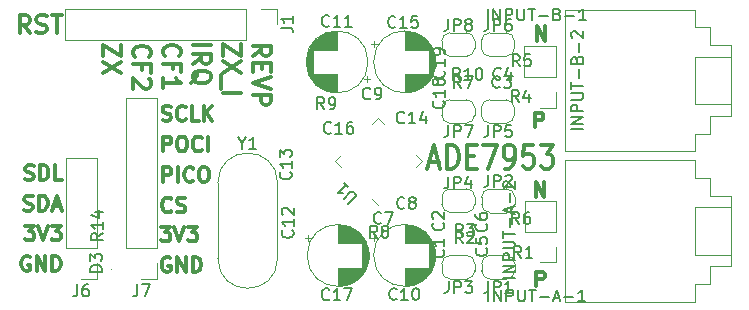
<source format=gbr>
%TF.GenerationSoftware,KiCad,Pcbnew,(6.0.5)*%
%TF.CreationDate,2022-08-07T22:36:51-04:00*%
%TF.ProjectId,ADE7953-Power-Sensor-breakout,41444537-3935-4332-9d50-6f7765722d53,rev?*%
%TF.SameCoordinates,Original*%
%TF.FileFunction,Legend,Top*%
%TF.FilePolarity,Positive*%
%FSLAX46Y46*%
G04 Gerber Fmt 4.6, Leading zero omitted, Abs format (unit mm)*
G04 Created by KiCad (PCBNEW (6.0.5)) date 2022-08-07 22:36:51*
%MOMM*%
%LPD*%
G01*
G04 APERTURE LIST*
%ADD10C,0.375000*%
%ADD11C,0.300000*%
%ADD12C,0.150000*%
%ADD13C,0.120000*%
%ADD14C,0.100000*%
G04 APERTURE END LIST*
D10*
X207008095Y-62693333D02*
X207817619Y-62693333D01*
X206846190Y-63264761D02*
X207412857Y-61264761D01*
X207979523Y-63264761D01*
X208546190Y-63264761D02*
X208546190Y-61264761D01*
X208950952Y-61264761D01*
X209193809Y-61360000D01*
X209355714Y-61550476D01*
X209436666Y-61740952D01*
X209517619Y-62121904D01*
X209517619Y-62407619D01*
X209436666Y-62788571D01*
X209355714Y-62979047D01*
X209193809Y-63169523D01*
X208950952Y-63264761D01*
X208546190Y-63264761D01*
X210246190Y-62217142D02*
X210812857Y-62217142D01*
X211055714Y-63264761D02*
X210246190Y-63264761D01*
X210246190Y-61264761D01*
X211055714Y-61264761D01*
X211622380Y-61264761D02*
X212755714Y-61264761D01*
X212027142Y-63264761D01*
X213484285Y-63264761D02*
X213808095Y-63264761D01*
X213970000Y-63169523D01*
X214050952Y-63074285D01*
X214212857Y-62788571D01*
X214293809Y-62407619D01*
X214293809Y-61645714D01*
X214212857Y-61455238D01*
X214131904Y-61360000D01*
X213970000Y-61264761D01*
X213646190Y-61264761D01*
X213484285Y-61360000D01*
X213403333Y-61455238D01*
X213322380Y-61645714D01*
X213322380Y-62121904D01*
X213403333Y-62312380D01*
X213484285Y-62407619D01*
X213646190Y-62502857D01*
X213970000Y-62502857D01*
X214131904Y-62407619D01*
X214212857Y-62312380D01*
X214293809Y-62121904D01*
X215831904Y-61264761D02*
X215022380Y-61264761D01*
X214941428Y-62217142D01*
X215022380Y-62121904D01*
X215184285Y-62026666D01*
X215589047Y-62026666D01*
X215750952Y-62121904D01*
X215831904Y-62217142D01*
X215912857Y-62407619D01*
X215912857Y-62883809D01*
X215831904Y-63074285D01*
X215750952Y-63169523D01*
X215589047Y-63264761D01*
X215184285Y-63264761D01*
X215022380Y-63169523D01*
X214941428Y-63074285D01*
X216479523Y-61264761D02*
X217531904Y-61264761D01*
X216965238Y-62026666D01*
X217208095Y-62026666D01*
X217370000Y-62121904D01*
X217450952Y-62217142D01*
X217531904Y-62407619D01*
X217531904Y-62883809D01*
X217450952Y-63074285D01*
X217370000Y-63169523D01*
X217208095Y-63264761D01*
X216722380Y-63264761D01*
X216560476Y-63169523D01*
X216479523Y-63074285D01*
D11*
X192111428Y-53719285D02*
X192825714Y-53219285D01*
X192111428Y-52862142D02*
X193611428Y-52862142D01*
X193611428Y-53433571D01*
X193540000Y-53576428D01*
X193468571Y-53647857D01*
X193325714Y-53719285D01*
X193111428Y-53719285D01*
X192968571Y-53647857D01*
X192897142Y-53576428D01*
X192825714Y-53433571D01*
X192825714Y-52862142D01*
X192897142Y-54362142D02*
X192897142Y-54862142D01*
X192111428Y-55076428D02*
X192111428Y-54362142D01*
X193611428Y-54362142D01*
X193611428Y-55076428D01*
X193611428Y-55505000D02*
X192111428Y-56005000D01*
X193611428Y-56505000D01*
X192111428Y-57005000D02*
X193611428Y-57005000D01*
X193611428Y-57576428D01*
X193540000Y-57719285D01*
X193468571Y-57790714D01*
X193325714Y-57862142D01*
X193111428Y-57862142D01*
X192968571Y-57790714D01*
X192897142Y-57719285D01*
X192825714Y-57576428D01*
X192825714Y-57005000D01*
X191071428Y-52729285D02*
X191071428Y-53729285D01*
X189571428Y-52729285D01*
X189571428Y-53729285D01*
X191071428Y-54157857D02*
X189571428Y-55157857D01*
X191071428Y-55157857D02*
X189571428Y-54157857D01*
X189428571Y-55372142D02*
X189428571Y-56515000D01*
X189571428Y-56872142D02*
X191071428Y-56872142D01*
X187021428Y-52832142D02*
X188521428Y-52832142D01*
X187021428Y-54403571D02*
X187735714Y-53903571D01*
X187021428Y-53546428D02*
X188521428Y-53546428D01*
X188521428Y-54117857D01*
X188450000Y-54260714D01*
X188378571Y-54332142D01*
X188235714Y-54403571D01*
X188021428Y-54403571D01*
X187878571Y-54332142D01*
X187807142Y-54260714D01*
X187735714Y-54117857D01*
X187735714Y-53546428D01*
X186878571Y-56046428D02*
X186950000Y-55903571D01*
X187092857Y-55760714D01*
X187307142Y-55546428D01*
X187378571Y-55403571D01*
X187378571Y-55260714D01*
X187021428Y-55332142D02*
X187092857Y-55189285D01*
X187235714Y-55046428D01*
X187521428Y-54975000D01*
X188021428Y-54975000D01*
X188307142Y-55046428D01*
X188450000Y-55189285D01*
X188521428Y-55332142D01*
X188521428Y-55617857D01*
X188450000Y-55760714D01*
X188307142Y-55903571D01*
X188021428Y-55975000D01*
X187521428Y-55975000D01*
X187235714Y-55903571D01*
X187092857Y-55760714D01*
X187021428Y-55617857D01*
X187021428Y-55332142D01*
X184654285Y-53729285D02*
X184582857Y-53657857D01*
X184511428Y-53443571D01*
X184511428Y-53300714D01*
X184582857Y-53086428D01*
X184725714Y-52943571D01*
X184868571Y-52872142D01*
X185154285Y-52800714D01*
X185368571Y-52800714D01*
X185654285Y-52872142D01*
X185797142Y-52943571D01*
X185940000Y-53086428D01*
X186011428Y-53300714D01*
X186011428Y-53443571D01*
X185940000Y-53657857D01*
X185868571Y-53729285D01*
X185297142Y-54872142D02*
X185297142Y-54372142D01*
X184511428Y-54372142D02*
X186011428Y-54372142D01*
X186011428Y-55086428D01*
X184511428Y-56443571D02*
X184511428Y-55586428D01*
X184511428Y-56015000D02*
X186011428Y-56015000D01*
X185797142Y-55872142D01*
X185654285Y-55729285D01*
X185582857Y-55586428D01*
X182104285Y-53789285D02*
X182032857Y-53717857D01*
X181961428Y-53503571D01*
X181961428Y-53360714D01*
X182032857Y-53146428D01*
X182175714Y-53003571D01*
X182318571Y-52932142D01*
X182604285Y-52860714D01*
X182818571Y-52860714D01*
X183104285Y-52932142D01*
X183247142Y-53003571D01*
X183390000Y-53146428D01*
X183461428Y-53360714D01*
X183461428Y-53503571D01*
X183390000Y-53717857D01*
X183318571Y-53789285D01*
X182747142Y-54932142D02*
X182747142Y-54432142D01*
X181961428Y-54432142D02*
X183461428Y-54432142D01*
X183461428Y-55146428D01*
X183318571Y-55646428D02*
X183390000Y-55717857D01*
X183461428Y-55860714D01*
X183461428Y-56217857D01*
X183390000Y-56360714D01*
X183318571Y-56432142D01*
X183175714Y-56503571D01*
X183032857Y-56503571D01*
X182818571Y-56432142D01*
X181961428Y-55575000D01*
X181961428Y-56503571D01*
X180951428Y-52769285D02*
X180951428Y-53769285D01*
X179451428Y-52769285D01*
X179451428Y-53769285D01*
X180951428Y-54197857D02*
X179451428Y-55197857D01*
X180951428Y-55197857D02*
X179451428Y-54197857D01*
X173209285Y-51788571D02*
X172709285Y-51074285D01*
X172352142Y-51788571D02*
X172352142Y-50288571D01*
X172923571Y-50288571D01*
X173066428Y-50360000D01*
X173137857Y-50431428D01*
X173209285Y-50574285D01*
X173209285Y-50788571D01*
X173137857Y-50931428D01*
X173066428Y-51002857D01*
X172923571Y-51074285D01*
X172352142Y-51074285D01*
X173780714Y-51717142D02*
X173995000Y-51788571D01*
X174352142Y-51788571D01*
X174495000Y-51717142D01*
X174566428Y-51645714D01*
X174637857Y-51502857D01*
X174637857Y-51360000D01*
X174566428Y-51217142D01*
X174495000Y-51145714D01*
X174352142Y-51074285D01*
X174066428Y-51002857D01*
X173923571Y-50931428D01*
X173852142Y-50860000D01*
X173780714Y-50717142D01*
X173780714Y-50574285D01*
X173852142Y-50431428D01*
X173923571Y-50360000D01*
X174066428Y-50288571D01*
X174423571Y-50288571D01*
X174637857Y-50360000D01*
X175066428Y-50288571D02*
X175923571Y-50288571D01*
X175495000Y-51788571D02*
X175495000Y-50288571D01*
X184492619Y-61795476D02*
X184492619Y-60545476D01*
X184968809Y-60545476D01*
X185087857Y-60605000D01*
X185147380Y-60664523D01*
X185206904Y-60783571D01*
X185206904Y-60962142D01*
X185147380Y-61081190D01*
X185087857Y-61140714D01*
X184968809Y-61200238D01*
X184492619Y-61200238D01*
X185980714Y-60545476D02*
X186218809Y-60545476D01*
X186337857Y-60605000D01*
X186456904Y-60724047D01*
X186516428Y-60962142D01*
X186516428Y-61378809D01*
X186456904Y-61616904D01*
X186337857Y-61735952D01*
X186218809Y-61795476D01*
X185980714Y-61795476D01*
X185861666Y-61735952D01*
X185742619Y-61616904D01*
X185683095Y-61378809D01*
X185683095Y-60962142D01*
X185742619Y-60724047D01*
X185861666Y-60605000D01*
X185980714Y-60545476D01*
X187766428Y-61676428D02*
X187706904Y-61735952D01*
X187528333Y-61795476D01*
X187409285Y-61795476D01*
X187230714Y-61735952D01*
X187111666Y-61616904D01*
X187052142Y-61497857D01*
X186992619Y-61259761D01*
X186992619Y-61081190D01*
X187052142Y-60843095D01*
X187111666Y-60724047D01*
X187230714Y-60605000D01*
X187409285Y-60545476D01*
X187528333Y-60545476D01*
X187706904Y-60605000D01*
X187766428Y-60664523D01*
X188302142Y-61795476D02*
X188302142Y-60545476D01*
X184453095Y-59155952D02*
X184631666Y-59215476D01*
X184929285Y-59215476D01*
X185048333Y-59155952D01*
X185107857Y-59096428D01*
X185167380Y-58977380D01*
X185167380Y-58858333D01*
X185107857Y-58739285D01*
X185048333Y-58679761D01*
X184929285Y-58620238D01*
X184691190Y-58560714D01*
X184572142Y-58501190D01*
X184512619Y-58441666D01*
X184453095Y-58322619D01*
X184453095Y-58203571D01*
X184512619Y-58084523D01*
X184572142Y-58025000D01*
X184691190Y-57965476D01*
X184988809Y-57965476D01*
X185167380Y-58025000D01*
X186417380Y-59096428D02*
X186357857Y-59155952D01*
X186179285Y-59215476D01*
X186060238Y-59215476D01*
X185881666Y-59155952D01*
X185762619Y-59036904D01*
X185703095Y-58917857D01*
X185643571Y-58679761D01*
X185643571Y-58501190D01*
X185703095Y-58263095D01*
X185762619Y-58144047D01*
X185881666Y-58025000D01*
X186060238Y-57965476D01*
X186179285Y-57965476D01*
X186357857Y-58025000D01*
X186417380Y-58084523D01*
X187548333Y-59215476D02*
X186953095Y-59215476D01*
X186953095Y-57965476D01*
X187965000Y-59215476D02*
X187965000Y-57965476D01*
X188679285Y-59215476D02*
X188143571Y-58501190D01*
X188679285Y-57965476D02*
X187965000Y-58679761D01*
X185186904Y-66856428D02*
X185127380Y-66915952D01*
X184948809Y-66975476D01*
X184829761Y-66975476D01*
X184651190Y-66915952D01*
X184532142Y-66796904D01*
X184472619Y-66677857D01*
X184413095Y-66439761D01*
X184413095Y-66261190D01*
X184472619Y-66023095D01*
X184532142Y-65904047D01*
X184651190Y-65785000D01*
X184829761Y-65725476D01*
X184948809Y-65725476D01*
X185127380Y-65785000D01*
X185186904Y-65844523D01*
X185663095Y-66915952D02*
X185841666Y-66975476D01*
X186139285Y-66975476D01*
X186258333Y-66915952D01*
X186317857Y-66856428D01*
X186377380Y-66737380D01*
X186377380Y-66618333D01*
X186317857Y-66499285D01*
X186258333Y-66439761D01*
X186139285Y-66380238D01*
X185901190Y-66320714D01*
X185782142Y-66261190D01*
X185722619Y-66201666D01*
X185663095Y-66082619D01*
X185663095Y-65963571D01*
X185722619Y-65844523D01*
X185782142Y-65785000D01*
X185901190Y-65725476D01*
X186198809Y-65725476D01*
X186377380Y-65785000D01*
X184492619Y-64395476D02*
X184492619Y-63145476D01*
X184968809Y-63145476D01*
X185087857Y-63205000D01*
X185147380Y-63264523D01*
X185206904Y-63383571D01*
X185206904Y-63562142D01*
X185147380Y-63681190D01*
X185087857Y-63740714D01*
X184968809Y-63800238D01*
X184492619Y-63800238D01*
X185742619Y-64395476D02*
X185742619Y-63145476D01*
X187052142Y-64276428D02*
X186992619Y-64335952D01*
X186814047Y-64395476D01*
X186695000Y-64395476D01*
X186516428Y-64335952D01*
X186397380Y-64216904D01*
X186337857Y-64097857D01*
X186278333Y-63859761D01*
X186278333Y-63681190D01*
X186337857Y-63443095D01*
X186397380Y-63324047D01*
X186516428Y-63205000D01*
X186695000Y-63145476D01*
X186814047Y-63145476D01*
X186992619Y-63205000D01*
X187052142Y-63264523D01*
X187825952Y-63145476D02*
X188064047Y-63145476D01*
X188183095Y-63205000D01*
X188302142Y-63324047D01*
X188361666Y-63562142D01*
X188361666Y-63978809D01*
X188302142Y-64216904D01*
X188183095Y-64335952D01*
X188064047Y-64395476D01*
X187825952Y-64395476D01*
X187706904Y-64335952D01*
X187587857Y-64216904D01*
X187528333Y-63978809D01*
X187528333Y-63562142D01*
X187587857Y-63324047D01*
X187706904Y-63205000D01*
X187825952Y-63145476D01*
X185087380Y-70815000D02*
X184968333Y-70755476D01*
X184789761Y-70755476D01*
X184611190Y-70815000D01*
X184492142Y-70934047D01*
X184432619Y-71053095D01*
X184373095Y-71291190D01*
X184373095Y-71469761D01*
X184432619Y-71707857D01*
X184492142Y-71826904D01*
X184611190Y-71945952D01*
X184789761Y-72005476D01*
X184908809Y-72005476D01*
X185087380Y-71945952D01*
X185146904Y-71886428D01*
X185146904Y-71469761D01*
X184908809Y-71469761D01*
X185682619Y-72005476D02*
X185682619Y-70755476D01*
X186396904Y-72005476D01*
X186396904Y-70755476D01*
X186992142Y-72005476D02*
X186992142Y-70755476D01*
X187289761Y-70755476D01*
X187468333Y-70815000D01*
X187587380Y-70934047D01*
X187646904Y-71053095D01*
X187706428Y-71291190D01*
X187706428Y-71469761D01*
X187646904Y-71707857D01*
X187587380Y-71826904D01*
X187468333Y-71945952D01*
X187289761Y-72005476D01*
X186992142Y-72005476D01*
X184333571Y-68175476D02*
X185107380Y-68175476D01*
X184690714Y-68651666D01*
X184869285Y-68651666D01*
X184988333Y-68711190D01*
X185047857Y-68770714D01*
X185107380Y-68889761D01*
X185107380Y-69187380D01*
X185047857Y-69306428D01*
X184988333Y-69365952D01*
X184869285Y-69425476D01*
X184512142Y-69425476D01*
X184393095Y-69365952D01*
X184333571Y-69306428D01*
X185464523Y-68175476D02*
X185881190Y-69425476D01*
X186297857Y-68175476D01*
X186595476Y-68175476D02*
X187369285Y-68175476D01*
X186952619Y-68651666D01*
X187131190Y-68651666D01*
X187250238Y-68711190D01*
X187309761Y-68770714D01*
X187369285Y-68889761D01*
X187369285Y-69187380D01*
X187309761Y-69306428D01*
X187250238Y-69365952D01*
X187131190Y-69425476D01*
X186774047Y-69425476D01*
X186655000Y-69365952D01*
X186595476Y-69306428D01*
X216030982Y-65645476D02*
X216030982Y-64395476D01*
X216745267Y-65645476D01*
X216745267Y-64395476D01*
X172811190Y-68095476D02*
X173585000Y-68095476D01*
X173168333Y-68571666D01*
X173346904Y-68571666D01*
X173465952Y-68631190D01*
X173525476Y-68690714D01*
X173585000Y-68809761D01*
X173585000Y-69107380D01*
X173525476Y-69226428D01*
X173465952Y-69285952D01*
X173346904Y-69345476D01*
X172989761Y-69345476D01*
X172870714Y-69285952D01*
X172811190Y-69226428D01*
X173942142Y-68095476D02*
X174358809Y-69345476D01*
X174775476Y-68095476D01*
X175073095Y-68095476D02*
X175846904Y-68095476D01*
X175430238Y-68571666D01*
X175608809Y-68571666D01*
X175727857Y-68631190D01*
X175787380Y-68690714D01*
X175846904Y-68809761D01*
X175846904Y-69107380D01*
X175787380Y-69226428D01*
X175727857Y-69285952D01*
X175608809Y-69345476D01*
X175251666Y-69345476D01*
X175132619Y-69285952D01*
X175073095Y-69226428D01*
X172830714Y-64175952D02*
X173009285Y-64235476D01*
X173306904Y-64235476D01*
X173425952Y-64175952D01*
X173485476Y-64116428D01*
X173545000Y-63997380D01*
X173545000Y-63878333D01*
X173485476Y-63759285D01*
X173425952Y-63699761D01*
X173306904Y-63640238D01*
X173068809Y-63580714D01*
X172949761Y-63521190D01*
X172890238Y-63461666D01*
X172830714Y-63342619D01*
X172830714Y-63223571D01*
X172890238Y-63104523D01*
X172949761Y-63045000D01*
X173068809Y-62985476D01*
X173366428Y-62985476D01*
X173545000Y-63045000D01*
X174080714Y-64235476D02*
X174080714Y-62985476D01*
X174378333Y-62985476D01*
X174556904Y-63045000D01*
X174675952Y-63164047D01*
X174735476Y-63283095D01*
X174795000Y-63521190D01*
X174795000Y-63699761D01*
X174735476Y-63937857D01*
X174675952Y-64056904D01*
X174556904Y-64175952D01*
X174378333Y-64235476D01*
X174080714Y-64235476D01*
X175925952Y-64235476D02*
X175330714Y-64235476D01*
X175330714Y-62985476D01*
X216864791Y-51174523D02*
X216864791Y-52424523D01*
X216150506Y-51174523D01*
X216150506Y-52424523D01*
X215990506Y-59765476D02*
X215990506Y-58515476D01*
X216466696Y-58515476D01*
X216585744Y-58575000D01*
X216645267Y-58634523D01*
X216704791Y-58753571D01*
X216704791Y-58932142D01*
X216645267Y-59051190D01*
X216585744Y-59110714D01*
X216466696Y-59170238D01*
X215990506Y-59170238D01*
X172751190Y-66755952D02*
X172929761Y-66815476D01*
X173227380Y-66815476D01*
X173346428Y-66755952D01*
X173405952Y-66696428D01*
X173465476Y-66577380D01*
X173465476Y-66458333D01*
X173405952Y-66339285D01*
X173346428Y-66279761D01*
X173227380Y-66220238D01*
X172989285Y-66160714D01*
X172870238Y-66101190D01*
X172810714Y-66041666D01*
X172751190Y-65922619D01*
X172751190Y-65803571D01*
X172810714Y-65684523D01*
X172870238Y-65625000D01*
X172989285Y-65565476D01*
X173286904Y-65565476D01*
X173465476Y-65625000D01*
X174001190Y-66815476D02*
X174001190Y-65565476D01*
X174298809Y-65565476D01*
X174477380Y-65625000D01*
X174596428Y-65744047D01*
X174655952Y-65863095D01*
X174715476Y-66101190D01*
X174715476Y-66279761D01*
X174655952Y-66517857D01*
X174596428Y-66636904D01*
X174477380Y-66755952D01*
X174298809Y-66815476D01*
X174001190Y-66815476D01*
X175191666Y-66458333D02*
X175786904Y-66458333D01*
X175072619Y-66815476D02*
X175489285Y-65565476D01*
X175905952Y-66815476D01*
X216090506Y-73235476D02*
X216090506Y-71985476D01*
X216566696Y-71985476D01*
X216685744Y-72045000D01*
X216745267Y-72104523D01*
X216804791Y-72223571D01*
X216804791Y-72402142D01*
X216745267Y-72521190D01*
X216685744Y-72580714D01*
X216566696Y-72640238D01*
X216090506Y-72640238D01*
X173207857Y-70735000D02*
X173088809Y-70675476D01*
X172910238Y-70675476D01*
X172731666Y-70735000D01*
X172612619Y-70854047D01*
X172553095Y-70973095D01*
X172493571Y-71211190D01*
X172493571Y-71389761D01*
X172553095Y-71627857D01*
X172612619Y-71746904D01*
X172731666Y-71865952D01*
X172910238Y-71925476D01*
X173029285Y-71925476D01*
X173207857Y-71865952D01*
X173267380Y-71806428D01*
X173267380Y-71389761D01*
X173029285Y-71389761D01*
X173803095Y-71925476D02*
X173803095Y-70675476D01*
X174517380Y-71925476D01*
X174517380Y-70675476D01*
X175112619Y-71925476D02*
X175112619Y-70675476D01*
X175410238Y-70675476D01*
X175588809Y-70735000D01*
X175707857Y-70854047D01*
X175767380Y-70973095D01*
X175826904Y-71211190D01*
X175826904Y-71389761D01*
X175767380Y-71627857D01*
X175707857Y-71746904D01*
X175588809Y-71865952D01*
X175410238Y-71925476D01*
X175112619Y-71925476D01*
D12*
%TO.C,Y1*%
X191183809Y-61106190D02*
X191183809Y-61582380D01*
X190850476Y-60582380D02*
X191183809Y-61106190D01*
X191517142Y-60582380D01*
X192374285Y-61582380D02*
X191802857Y-61582380D01*
X192088571Y-61582380D02*
X192088571Y-60582380D01*
X191993333Y-60725238D01*
X191898095Y-60820476D01*
X191802857Y-60868095D01*
%TO.C,U1*%
X200194516Y-66262979D02*
X200766936Y-65690559D01*
X200800608Y-65589544D01*
X200800608Y-65522200D01*
X200766936Y-65421185D01*
X200632249Y-65286498D01*
X200531234Y-65252826D01*
X200463890Y-65252826D01*
X200362875Y-65286498D01*
X199790455Y-65858918D01*
X199790455Y-64444704D02*
X200194516Y-64848765D01*
X199992486Y-64646735D02*
X199285379Y-65353841D01*
X199453738Y-65320170D01*
X199588425Y-65320170D01*
X199689440Y-65353841D01*
%TO.C,R9*%
X198143333Y-58222380D02*
X197810000Y-57746190D01*
X197571904Y-58222380D02*
X197571904Y-57222380D01*
X197952857Y-57222380D01*
X198048095Y-57270000D01*
X198095714Y-57317619D01*
X198143333Y-57412857D01*
X198143333Y-57555714D01*
X198095714Y-57650952D01*
X198048095Y-57698571D01*
X197952857Y-57746190D01*
X197571904Y-57746190D01*
X198619523Y-58222380D02*
X198810000Y-58222380D01*
X198905238Y-58174761D01*
X198952857Y-58127142D01*
X199048095Y-57984285D01*
X199095714Y-57793809D01*
X199095714Y-57412857D01*
X199048095Y-57317619D01*
X199000476Y-57270000D01*
X198905238Y-57222380D01*
X198714761Y-57222380D01*
X198619523Y-57270000D01*
X198571904Y-57317619D01*
X198524285Y-57412857D01*
X198524285Y-57650952D01*
X198571904Y-57746190D01*
X198619523Y-57793809D01*
X198714761Y-57841428D01*
X198905238Y-57841428D01*
X199000476Y-57793809D01*
X199048095Y-57746190D01*
X199095714Y-57650952D01*
%TO.C,R8*%
X202623333Y-69102380D02*
X202290000Y-68626190D01*
X202051904Y-69102380D02*
X202051904Y-68102380D01*
X202432857Y-68102380D01*
X202528095Y-68150000D01*
X202575714Y-68197619D01*
X202623333Y-68292857D01*
X202623333Y-68435714D01*
X202575714Y-68530952D01*
X202528095Y-68578571D01*
X202432857Y-68626190D01*
X202051904Y-68626190D01*
X203194761Y-68530952D02*
X203099523Y-68483333D01*
X203051904Y-68435714D01*
X203004285Y-68340476D01*
X203004285Y-68292857D01*
X203051904Y-68197619D01*
X203099523Y-68150000D01*
X203194761Y-68102380D01*
X203385238Y-68102380D01*
X203480476Y-68150000D01*
X203528095Y-68197619D01*
X203575714Y-68292857D01*
X203575714Y-68340476D01*
X203528095Y-68435714D01*
X203480476Y-68483333D01*
X203385238Y-68530952D01*
X203194761Y-68530952D01*
X203099523Y-68578571D01*
X203051904Y-68626190D01*
X203004285Y-68721428D01*
X203004285Y-68911904D01*
X203051904Y-69007142D01*
X203099523Y-69054761D01*
X203194761Y-69102380D01*
X203385238Y-69102380D01*
X203480476Y-69054761D01*
X203528095Y-69007142D01*
X203575714Y-68911904D01*
X203575714Y-68721428D01*
X203528095Y-68626190D01*
X203480476Y-68578571D01*
X203385238Y-68530952D01*
%TO.C,C17*%
X198567142Y-74317142D02*
X198519523Y-74364761D01*
X198376666Y-74412380D01*
X198281428Y-74412380D01*
X198138571Y-74364761D01*
X198043333Y-74269523D01*
X197995714Y-74174285D01*
X197948095Y-73983809D01*
X197948095Y-73840952D01*
X197995714Y-73650476D01*
X198043333Y-73555238D01*
X198138571Y-73460000D01*
X198281428Y-73412380D01*
X198376666Y-73412380D01*
X198519523Y-73460000D01*
X198567142Y-73507619D01*
X199519523Y-74412380D02*
X198948095Y-74412380D01*
X199233809Y-74412380D02*
X199233809Y-73412380D01*
X199138571Y-73555238D01*
X199043333Y-73650476D01*
X198948095Y-73698095D01*
X199852857Y-73412380D02*
X200519523Y-73412380D01*
X200090952Y-74412380D01*
%TO.C,C16*%
X198707142Y-60207142D02*
X198659523Y-60254761D01*
X198516666Y-60302380D01*
X198421428Y-60302380D01*
X198278571Y-60254761D01*
X198183333Y-60159523D01*
X198135714Y-60064285D01*
X198088095Y-59873809D01*
X198088095Y-59730952D01*
X198135714Y-59540476D01*
X198183333Y-59445238D01*
X198278571Y-59350000D01*
X198421428Y-59302380D01*
X198516666Y-59302380D01*
X198659523Y-59350000D01*
X198707142Y-59397619D01*
X199659523Y-60302380D02*
X199088095Y-60302380D01*
X199373809Y-60302380D02*
X199373809Y-59302380D01*
X199278571Y-59445238D01*
X199183333Y-59540476D01*
X199088095Y-59588095D01*
X200516666Y-59302380D02*
X200326190Y-59302380D01*
X200230952Y-59350000D01*
X200183333Y-59397619D01*
X200088095Y-59540476D01*
X200040476Y-59730952D01*
X200040476Y-60111904D01*
X200088095Y-60207142D01*
X200135714Y-60254761D01*
X200230952Y-60302380D01*
X200421428Y-60302380D01*
X200516666Y-60254761D01*
X200564285Y-60207142D01*
X200611904Y-60111904D01*
X200611904Y-59873809D01*
X200564285Y-59778571D01*
X200516666Y-59730952D01*
X200421428Y-59683333D01*
X200230952Y-59683333D01*
X200135714Y-59730952D01*
X200088095Y-59778571D01*
X200040476Y-59873809D01*
%TO.C,C15*%
X204167142Y-51247142D02*
X204119523Y-51294761D01*
X203976666Y-51342380D01*
X203881428Y-51342380D01*
X203738571Y-51294761D01*
X203643333Y-51199523D01*
X203595714Y-51104285D01*
X203548095Y-50913809D01*
X203548095Y-50770952D01*
X203595714Y-50580476D01*
X203643333Y-50485238D01*
X203738571Y-50390000D01*
X203881428Y-50342380D01*
X203976666Y-50342380D01*
X204119523Y-50390000D01*
X204167142Y-50437619D01*
X205119523Y-51342380D02*
X204548095Y-51342380D01*
X204833809Y-51342380D02*
X204833809Y-50342380D01*
X204738571Y-50485238D01*
X204643333Y-50580476D01*
X204548095Y-50628095D01*
X206024285Y-50342380D02*
X205548095Y-50342380D01*
X205500476Y-50818571D01*
X205548095Y-50770952D01*
X205643333Y-50723333D01*
X205881428Y-50723333D01*
X205976666Y-50770952D01*
X206024285Y-50818571D01*
X206071904Y-50913809D01*
X206071904Y-51151904D01*
X206024285Y-51247142D01*
X205976666Y-51294761D01*
X205881428Y-51342380D01*
X205643333Y-51342380D01*
X205548095Y-51294761D01*
X205500476Y-51247142D01*
%TO.C,C14*%
X204907142Y-59347142D02*
X204859523Y-59394761D01*
X204716666Y-59442380D01*
X204621428Y-59442380D01*
X204478571Y-59394761D01*
X204383333Y-59299523D01*
X204335714Y-59204285D01*
X204288095Y-59013809D01*
X204288095Y-58870952D01*
X204335714Y-58680476D01*
X204383333Y-58585238D01*
X204478571Y-58490000D01*
X204621428Y-58442380D01*
X204716666Y-58442380D01*
X204859523Y-58490000D01*
X204907142Y-58537619D01*
X205859523Y-59442380D02*
X205288095Y-59442380D01*
X205573809Y-59442380D02*
X205573809Y-58442380D01*
X205478571Y-58585238D01*
X205383333Y-58680476D01*
X205288095Y-58728095D01*
X206716666Y-58775714D02*
X206716666Y-59442380D01*
X206478571Y-58394761D02*
X206240476Y-59109047D01*
X206859523Y-59109047D01*
%TO.C,C13*%
X195277142Y-63562857D02*
X195324761Y-63610476D01*
X195372380Y-63753333D01*
X195372380Y-63848571D01*
X195324761Y-63991428D01*
X195229523Y-64086666D01*
X195134285Y-64134285D01*
X194943809Y-64181904D01*
X194800952Y-64181904D01*
X194610476Y-64134285D01*
X194515238Y-64086666D01*
X194420000Y-63991428D01*
X194372380Y-63848571D01*
X194372380Y-63753333D01*
X194420000Y-63610476D01*
X194467619Y-63562857D01*
X195372380Y-62610476D02*
X195372380Y-63181904D01*
X195372380Y-62896190D02*
X194372380Y-62896190D01*
X194515238Y-62991428D01*
X194610476Y-63086666D01*
X194658095Y-63181904D01*
X194372380Y-62277142D02*
X194372380Y-61658095D01*
X194753333Y-61991428D01*
X194753333Y-61848571D01*
X194800952Y-61753333D01*
X194848571Y-61705714D01*
X194943809Y-61658095D01*
X195181904Y-61658095D01*
X195277142Y-61705714D01*
X195324761Y-61753333D01*
X195372380Y-61848571D01*
X195372380Y-62134285D01*
X195324761Y-62229523D01*
X195277142Y-62277142D01*
%TO.C,C12*%
X195447142Y-68492857D02*
X195494761Y-68540476D01*
X195542380Y-68683333D01*
X195542380Y-68778571D01*
X195494761Y-68921428D01*
X195399523Y-69016666D01*
X195304285Y-69064285D01*
X195113809Y-69111904D01*
X194970952Y-69111904D01*
X194780476Y-69064285D01*
X194685238Y-69016666D01*
X194590000Y-68921428D01*
X194542380Y-68778571D01*
X194542380Y-68683333D01*
X194590000Y-68540476D01*
X194637619Y-68492857D01*
X195542380Y-67540476D02*
X195542380Y-68111904D01*
X195542380Y-67826190D02*
X194542380Y-67826190D01*
X194685238Y-67921428D01*
X194780476Y-68016666D01*
X194828095Y-68111904D01*
X194637619Y-67159523D02*
X194590000Y-67111904D01*
X194542380Y-67016666D01*
X194542380Y-66778571D01*
X194590000Y-66683333D01*
X194637619Y-66635714D01*
X194732857Y-66588095D01*
X194828095Y-66588095D01*
X194970952Y-66635714D01*
X195542380Y-67207142D01*
X195542380Y-66588095D01*
%TO.C,C11*%
X198557142Y-51167142D02*
X198509523Y-51214761D01*
X198366666Y-51262380D01*
X198271428Y-51262380D01*
X198128571Y-51214761D01*
X198033333Y-51119523D01*
X197985714Y-51024285D01*
X197938095Y-50833809D01*
X197938095Y-50690952D01*
X197985714Y-50500476D01*
X198033333Y-50405238D01*
X198128571Y-50310000D01*
X198271428Y-50262380D01*
X198366666Y-50262380D01*
X198509523Y-50310000D01*
X198557142Y-50357619D01*
X199509523Y-51262380D02*
X198938095Y-51262380D01*
X199223809Y-51262380D02*
X199223809Y-50262380D01*
X199128571Y-50405238D01*
X199033333Y-50500476D01*
X198938095Y-50548095D01*
X200461904Y-51262380D02*
X199890476Y-51262380D01*
X200176190Y-51262380D02*
X200176190Y-50262380D01*
X200080952Y-50405238D01*
X199985714Y-50500476D01*
X199890476Y-50548095D01*
%TO.C,C10*%
X204267142Y-74297142D02*
X204219523Y-74344761D01*
X204076666Y-74392380D01*
X203981428Y-74392380D01*
X203838571Y-74344761D01*
X203743333Y-74249523D01*
X203695714Y-74154285D01*
X203648095Y-73963809D01*
X203648095Y-73820952D01*
X203695714Y-73630476D01*
X203743333Y-73535238D01*
X203838571Y-73440000D01*
X203981428Y-73392380D01*
X204076666Y-73392380D01*
X204219523Y-73440000D01*
X204267142Y-73487619D01*
X205219523Y-74392380D02*
X204648095Y-74392380D01*
X204933809Y-74392380D02*
X204933809Y-73392380D01*
X204838571Y-73535238D01*
X204743333Y-73630476D01*
X204648095Y-73678095D01*
X205838571Y-73392380D02*
X205933809Y-73392380D01*
X206029047Y-73440000D01*
X206076666Y-73487619D01*
X206124285Y-73582857D01*
X206171904Y-73773333D01*
X206171904Y-74011428D01*
X206124285Y-74201904D01*
X206076666Y-74297142D01*
X206029047Y-74344761D01*
X205933809Y-74392380D01*
X205838571Y-74392380D01*
X205743333Y-74344761D01*
X205695714Y-74297142D01*
X205648095Y-74201904D01*
X205600476Y-74011428D01*
X205600476Y-73773333D01*
X205648095Y-73582857D01*
X205695714Y-73487619D01*
X205743333Y-73440000D01*
X205838571Y-73392380D01*
%TO.C,C9*%
X202033333Y-57317142D02*
X201985714Y-57364761D01*
X201842857Y-57412380D01*
X201747619Y-57412380D01*
X201604761Y-57364761D01*
X201509523Y-57269523D01*
X201461904Y-57174285D01*
X201414285Y-56983809D01*
X201414285Y-56840952D01*
X201461904Y-56650476D01*
X201509523Y-56555238D01*
X201604761Y-56460000D01*
X201747619Y-56412380D01*
X201842857Y-56412380D01*
X201985714Y-56460000D01*
X202033333Y-56507619D01*
X202509523Y-57412380D02*
X202700000Y-57412380D01*
X202795238Y-57364761D01*
X202842857Y-57317142D01*
X202938095Y-57174285D01*
X202985714Y-56983809D01*
X202985714Y-56602857D01*
X202938095Y-56507619D01*
X202890476Y-56460000D01*
X202795238Y-56412380D01*
X202604761Y-56412380D01*
X202509523Y-56460000D01*
X202461904Y-56507619D01*
X202414285Y-56602857D01*
X202414285Y-56840952D01*
X202461904Y-56936190D01*
X202509523Y-56983809D01*
X202604761Y-57031428D01*
X202795238Y-57031428D01*
X202890476Y-56983809D01*
X202938095Y-56936190D01*
X202985714Y-56840952D01*
%TO.C,C8*%
X204923333Y-66567142D02*
X204875714Y-66614761D01*
X204732857Y-66662380D01*
X204637619Y-66662380D01*
X204494761Y-66614761D01*
X204399523Y-66519523D01*
X204351904Y-66424285D01*
X204304285Y-66233809D01*
X204304285Y-66090952D01*
X204351904Y-65900476D01*
X204399523Y-65805238D01*
X204494761Y-65710000D01*
X204637619Y-65662380D01*
X204732857Y-65662380D01*
X204875714Y-65710000D01*
X204923333Y-65757619D01*
X205494761Y-66090952D02*
X205399523Y-66043333D01*
X205351904Y-65995714D01*
X205304285Y-65900476D01*
X205304285Y-65852857D01*
X205351904Y-65757619D01*
X205399523Y-65710000D01*
X205494761Y-65662380D01*
X205685238Y-65662380D01*
X205780476Y-65710000D01*
X205828095Y-65757619D01*
X205875714Y-65852857D01*
X205875714Y-65900476D01*
X205828095Y-65995714D01*
X205780476Y-66043333D01*
X205685238Y-66090952D01*
X205494761Y-66090952D01*
X205399523Y-66138571D01*
X205351904Y-66186190D01*
X205304285Y-66281428D01*
X205304285Y-66471904D01*
X205351904Y-66567142D01*
X205399523Y-66614761D01*
X205494761Y-66662380D01*
X205685238Y-66662380D01*
X205780476Y-66614761D01*
X205828095Y-66567142D01*
X205875714Y-66471904D01*
X205875714Y-66281428D01*
X205828095Y-66186190D01*
X205780476Y-66138571D01*
X205685238Y-66090952D01*
%TO.C,C7*%
X202963333Y-67837142D02*
X202915714Y-67884761D01*
X202772857Y-67932380D01*
X202677619Y-67932380D01*
X202534761Y-67884761D01*
X202439523Y-67789523D01*
X202391904Y-67694285D01*
X202344285Y-67503809D01*
X202344285Y-67360952D01*
X202391904Y-67170476D01*
X202439523Y-67075238D01*
X202534761Y-66980000D01*
X202677619Y-66932380D01*
X202772857Y-66932380D01*
X202915714Y-66980000D01*
X202963333Y-67027619D01*
X203296666Y-66932380D02*
X203963333Y-66932380D01*
X203534761Y-67932380D01*
%TO.C,INPUT-B-1*%
X211977142Y-50712380D02*
X211977142Y-49712380D01*
X212453333Y-50712380D02*
X212453333Y-49712380D01*
X213024761Y-50712380D01*
X213024761Y-49712380D01*
X213500952Y-50712380D02*
X213500952Y-49712380D01*
X213881904Y-49712380D01*
X213977142Y-49760000D01*
X214024761Y-49807619D01*
X214072380Y-49902857D01*
X214072380Y-50045714D01*
X214024761Y-50140952D01*
X213977142Y-50188571D01*
X213881904Y-50236190D01*
X213500952Y-50236190D01*
X214500952Y-49712380D02*
X214500952Y-50521904D01*
X214548571Y-50617142D01*
X214596190Y-50664761D01*
X214691428Y-50712380D01*
X214881904Y-50712380D01*
X214977142Y-50664761D01*
X215024761Y-50617142D01*
X215072380Y-50521904D01*
X215072380Y-49712380D01*
X215405714Y-49712380D02*
X215977142Y-49712380D01*
X215691428Y-50712380D02*
X215691428Y-49712380D01*
X216310476Y-50331428D02*
X217072380Y-50331428D01*
X217881904Y-50188571D02*
X218024761Y-50236190D01*
X218072380Y-50283809D01*
X218120000Y-50379047D01*
X218120000Y-50521904D01*
X218072380Y-50617142D01*
X218024761Y-50664761D01*
X217929523Y-50712380D01*
X217548571Y-50712380D01*
X217548571Y-49712380D01*
X217881904Y-49712380D01*
X217977142Y-49760000D01*
X218024761Y-49807619D01*
X218072380Y-49902857D01*
X218072380Y-49998095D01*
X218024761Y-50093333D01*
X217977142Y-50140952D01*
X217881904Y-50188571D01*
X217548571Y-50188571D01*
X218548571Y-50331428D02*
X219310476Y-50331428D01*
X220310476Y-50712380D02*
X219739047Y-50712380D01*
X220024761Y-50712380D02*
X220024761Y-49712380D01*
X219929523Y-49855238D01*
X219834285Y-49950476D01*
X219739047Y-49998095D01*
%TO.C,JP3*%
X208684553Y-72782380D02*
X208684553Y-73496666D01*
X208636934Y-73639523D01*
X208541696Y-73734761D01*
X208398839Y-73782380D01*
X208303601Y-73782380D01*
X209160744Y-73782380D02*
X209160744Y-72782380D01*
X209541696Y-72782380D01*
X209636934Y-72830000D01*
X209684553Y-72877619D01*
X209732172Y-72972857D01*
X209732172Y-73115714D01*
X209684553Y-73210952D01*
X209636934Y-73258571D01*
X209541696Y-73306190D01*
X209160744Y-73306190D01*
X210065506Y-72782380D02*
X210684553Y-72782380D01*
X210351220Y-73163333D01*
X210494077Y-73163333D01*
X210589315Y-73210952D01*
X210636934Y-73258571D01*
X210684553Y-73353809D01*
X210684553Y-73591904D01*
X210636934Y-73687142D01*
X210589315Y-73734761D01*
X210494077Y-73782380D01*
X210208363Y-73782380D01*
X210113125Y-73734761D01*
X210065506Y-73687142D01*
%TO.C,R10*%
X209625029Y-55742380D02*
X209291696Y-55266190D01*
X209053601Y-55742380D02*
X209053601Y-54742380D01*
X209434553Y-54742380D01*
X209529791Y-54790000D01*
X209577410Y-54837619D01*
X209625029Y-54932857D01*
X209625029Y-55075714D01*
X209577410Y-55170952D01*
X209529791Y-55218571D01*
X209434553Y-55266190D01*
X209053601Y-55266190D01*
X210577410Y-55742380D02*
X210005982Y-55742380D01*
X210291696Y-55742380D02*
X210291696Y-54742380D01*
X210196458Y-54885238D01*
X210101220Y-54980476D01*
X210005982Y-55028095D01*
X211196458Y-54742380D02*
X211291696Y-54742380D01*
X211386934Y-54790000D01*
X211434553Y-54837619D01*
X211482172Y-54932857D01*
X211529791Y-55123333D01*
X211529791Y-55361428D01*
X211482172Y-55551904D01*
X211434553Y-55647142D01*
X211386934Y-55694761D01*
X211291696Y-55742380D01*
X211196458Y-55742380D01*
X211101220Y-55694761D01*
X211053601Y-55647142D01*
X211005982Y-55551904D01*
X210958363Y-55361428D01*
X210958363Y-55123333D01*
X211005982Y-54932857D01*
X211053601Y-54837619D01*
X211101220Y-54790000D01*
X211196458Y-54742380D01*
%TO.C,R7*%
X209721220Y-56422380D02*
X209387887Y-55946190D01*
X209149791Y-56422380D02*
X209149791Y-55422380D01*
X209530744Y-55422380D01*
X209625982Y-55470000D01*
X209673601Y-55517619D01*
X209721220Y-55612857D01*
X209721220Y-55755714D01*
X209673601Y-55850952D01*
X209625982Y-55898571D01*
X209530744Y-55946190D01*
X209149791Y-55946190D01*
X210054553Y-55422380D02*
X210721220Y-55422380D01*
X210292648Y-56422380D01*
%TO.C,R6*%
X214651220Y-67942380D02*
X214317887Y-67466190D01*
X214079791Y-67942380D02*
X214079791Y-66942380D01*
X214460744Y-66942380D01*
X214555982Y-66990000D01*
X214603601Y-67037619D01*
X214651220Y-67132857D01*
X214651220Y-67275714D01*
X214603601Y-67370952D01*
X214555982Y-67418571D01*
X214460744Y-67466190D01*
X214079791Y-67466190D01*
X215508363Y-66942380D02*
X215317887Y-66942380D01*
X215222648Y-66990000D01*
X215175029Y-67037619D01*
X215079791Y-67180476D01*
X215032172Y-67370952D01*
X215032172Y-67751904D01*
X215079791Y-67847142D01*
X215127410Y-67894761D01*
X215222648Y-67942380D01*
X215413125Y-67942380D01*
X215508363Y-67894761D01*
X215555982Y-67847142D01*
X215603601Y-67751904D01*
X215603601Y-67513809D01*
X215555982Y-67418571D01*
X215508363Y-67370952D01*
X215413125Y-67323333D01*
X215222648Y-67323333D01*
X215127410Y-67370952D01*
X215079791Y-67418571D01*
X215032172Y-67513809D01*
%TO.C,R1*%
X214811220Y-70822380D02*
X214477887Y-70346190D01*
X214239791Y-70822380D02*
X214239791Y-69822380D01*
X214620744Y-69822380D01*
X214715982Y-69870000D01*
X214763601Y-69917619D01*
X214811220Y-70012857D01*
X214811220Y-70155714D01*
X214763601Y-70250952D01*
X214715982Y-70298571D01*
X214620744Y-70346190D01*
X214239791Y-70346190D01*
X215763601Y-70822380D02*
X215192172Y-70822380D01*
X215477887Y-70822380D02*
X215477887Y-69822380D01*
X215382648Y-69965238D01*
X215287410Y-70060476D01*
X215192172Y-70108095D01*
%TO.C,JP8*%
X208634553Y-50592380D02*
X208634553Y-51306666D01*
X208586934Y-51449523D01*
X208491696Y-51544761D01*
X208348839Y-51592380D01*
X208253601Y-51592380D01*
X209110744Y-51592380D02*
X209110744Y-50592380D01*
X209491696Y-50592380D01*
X209586934Y-50640000D01*
X209634553Y-50687619D01*
X209682172Y-50782857D01*
X209682172Y-50925714D01*
X209634553Y-51020952D01*
X209586934Y-51068571D01*
X209491696Y-51116190D01*
X209110744Y-51116190D01*
X210253601Y-51020952D02*
X210158363Y-50973333D01*
X210110744Y-50925714D01*
X210063125Y-50830476D01*
X210063125Y-50782857D01*
X210110744Y-50687619D01*
X210158363Y-50640000D01*
X210253601Y-50592380D01*
X210444077Y-50592380D01*
X210539315Y-50640000D01*
X210586934Y-50687619D01*
X210634553Y-50782857D01*
X210634553Y-50830476D01*
X210586934Y-50925714D01*
X210539315Y-50973333D01*
X210444077Y-51020952D01*
X210253601Y-51020952D01*
X210158363Y-51068571D01*
X210110744Y-51116190D01*
X210063125Y-51211428D01*
X210063125Y-51401904D01*
X210110744Y-51497142D01*
X210158363Y-51544761D01*
X210253601Y-51592380D01*
X210444077Y-51592380D01*
X210539315Y-51544761D01*
X210586934Y-51497142D01*
X210634553Y-51401904D01*
X210634553Y-51211428D01*
X210586934Y-51116190D01*
X210539315Y-51068571D01*
X210444077Y-51020952D01*
%TO.C,JP7*%
X208654553Y-59562380D02*
X208654553Y-60276666D01*
X208606934Y-60419523D01*
X208511696Y-60514761D01*
X208368839Y-60562380D01*
X208273601Y-60562380D01*
X209130744Y-60562380D02*
X209130744Y-59562380D01*
X209511696Y-59562380D01*
X209606934Y-59610000D01*
X209654553Y-59657619D01*
X209702172Y-59752857D01*
X209702172Y-59895714D01*
X209654553Y-59990952D01*
X209606934Y-60038571D01*
X209511696Y-60086190D01*
X209130744Y-60086190D01*
X210035506Y-59562380D02*
X210702172Y-59562380D01*
X210273601Y-60562380D01*
%TO.C,JP6*%
X212014553Y-50612380D02*
X212014553Y-51326666D01*
X211966934Y-51469523D01*
X211871696Y-51564761D01*
X211728839Y-51612380D01*
X211633601Y-51612380D01*
X212490744Y-51612380D02*
X212490744Y-50612380D01*
X212871696Y-50612380D01*
X212966934Y-50660000D01*
X213014553Y-50707619D01*
X213062172Y-50802857D01*
X213062172Y-50945714D01*
X213014553Y-51040952D01*
X212966934Y-51088571D01*
X212871696Y-51136190D01*
X212490744Y-51136190D01*
X213919315Y-50612380D02*
X213728839Y-50612380D01*
X213633601Y-50660000D01*
X213585982Y-50707619D01*
X213490744Y-50850476D01*
X213443125Y-51040952D01*
X213443125Y-51421904D01*
X213490744Y-51517142D01*
X213538363Y-51564761D01*
X213633601Y-51612380D01*
X213824077Y-51612380D01*
X213919315Y-51564761D01*
X213966934Y-51517142D01*
X214014553Y-51421904D01*
X214014553Y-51183809D01*
X213966934Y-51088571D01*
X213919315Y-51040952D01*
X213824077Y-50993333D01*
X213633601Y-50993333D01*
X213538363Y-51040952D01*
X213490744Y-51088571D01*
X213443125Y-51183809D01*
%TO.C,JP5*%
X212024553Y-59572380D02*
X212024553Y-60286666D01*
X211976934Y-60429523D01*
X211881696Y-60524761D01*
X211738839Y-60572380D01*
X211643601Y-60572380D01*
X212500744Y-60572380D02*
X212500744Y-59572380D01*
X212881696Y-59572380D01*
X212976934Y-59620000D01*
X213024553Y-59667619D01*
X213072172Y-59762857D01*
X213072172Y-59905714D01*
X213024553Y-60000952D01*
X212976934Y-60048571D01*
X212881696Y-60096190D01*
X212500744Y-60096190D01*
X213976934Y-59572380D02*
X213500744Y-59572380D01*
X213453125Y-60048571D01*
X213500744Y-60000952D01*
X213595982Y-59953333D01*
X213834077Y-59953333D01*
X213929315Y-60000952D01*
X213976934Y-60048571D01*
X214024553Y-60143809D01*
X214024553Y-60381904D01*
X213976934Y-60477142D01*
X213929315Y-60524761D01*
X213834077Y-60572380D01*
X213595982Y-60572380D01*
X213500744Y-60524761D01*
X213453125Y-60477142D01*
%TO.C,JP4*%
X208644553Y-63932380D02*
X208644553Y-64646666D01*
X208596934Y-64789523D01*
X208501696Y-64884761D01*
X208358839Y-64932380D01*
X208263601Y-64932380D01*
X209120744Y-64932380D02*
X209120744Y-63932380D01*
X209501696Y-63932380D01*
X209596934Y-63980000D01*
X209644553Y-64027619D01*
X209692172Y-64122857D01*
X209692172Y-64265714D01*
X209644553Y-64360952D01*
X209596934Y-64408571D01*
X209501696Y-64456190D01*
X209120744Y-64456190D01*
X210549315Y-64265714D02*
X210549315Y-64932380D01*
X210311220Y-63884761D02*
X210073125Y-64599047D01*
X210692172Y-64599047D01*
%TO.C,JP2*%
X212024553Y-63822380D02*
X212024553Y-64536666D01*
X211976934Y-64679523D01*
X211881696Y-64774761D01*
X211738839Y-64822380D01*
X211643601Y-64822380D01*
X212500744Y-64822380D02*
X212500744Y-63822380D01*
X212881696Y-63822380D01*
X212976934Y-63870000D01*
X213024553Y-63917619D01*
X213072172Y-64012857D01*
X213072172Y-64155714D01*
X213024553Y-64250952D01*
X212976934Y-64298571D01*
X212881696Y-64346190D01*
X212500744Y-64346190D01*
X213453125Y-63917619D02*
X213500744Y-63870000D01*
X213595982Y-63822380D01*
X213834077Y-63822380D01*
X213929315Y-63870000D01*
X213976934Y-63917619D01*
X214024553Y-64012857D01*
X214024553Y-64108095D01*
X213976934Y-64250952D01*
X213405506Y-64822380D01*
X214024553Y-64822380D01*
%TO.C,JP1*%
X212024553Y-72782380D02*
X212024553Y-73496666D01*
X211976934Y-73639523D01*
X211881696Y-73734761D01*
X211738839Y-73782380D01*
X211643601Y-73782380D01*
X212500744Y-73782380D02*
X212500744Y-72782380D01*
X212881696Y-72782380D01*
X212976934Y-72830000D01*
X213024553Y-72877619D01*
X213072172Y-72972857D01*
X213072172Y-73115714D01*
X213024553Y-73210952D01*
X212976934Y-73258571D01*
X212881696Y-73306190D01*
X212500744Y-73306190D01*
X214024553Y-73782380D02*
X213453125Y-73782380D01*
X213738839Y-73782380D02*
X213738839Y-72782380D01*
X213643601Y-72925238D01*
X213548363Y-73020476D01*
X213453125Y-73068095D01*
%TO.C,C19*%
X208245029Y-54962857D02*
X208292648Y-55010476D01*
X208340267Y-55153333D01*
X208340267Y-55248571D01*
X208292648Y-55391428D01*
X208197410Y-55486666D01*
X208102172Y-55534285D01*
X207911696Y-55581904D01*
X207768839Y-55581904D01*
X207578363Y-55534285D01*
X207483125Y-55486666D01*
X207387887Y-55391428D01*
X207340267Y-55248571D01*
X207340267Y-55153333D01*
X207387887Y-55010476D01*
X207435506Y-54962857D01*
X208340267Y-54010476D02*
X208340267Y-54581904D01*
X208340267Y-54296190D02*
X207340267Y-54296190D01*
X207483125Y-54391428D01*
X207578363Y-54486666D01*
X207625982Y-54581904D01*
X208340267Y-53534285D02*
X208340267Y-53343809D01*
X208292648Y-53248571D01*
X208245029Y-53200952D01*
X208102172Y-53105714D01*
X207911696Y-53058095D01*
X207530744Y-53058095D01*
X207435506Y-53105714D01*
X207387887Y-53153333D01*
X207340267Y-53248571D01*
X207340267Y-53439047D01*
X207387887Y-53534285D01*
X207435506Y-53581904D01*
X207530744Y-53629523D01*
X207768839Y-53629523D01*
X207864077Y-53581904D01*
X207911696Y-53534285D01*
X207959315Y-53439047D01*
X207959315Y-53248571D01*
X207911696Y-53153333D01*
X207864077Y-53105714D01*
X207768839Y-53058095D01*
%TO.C,C18*%
X208235029Y-57542857D02*
X208282648Y-57590476D01*
X208330267Y-57733333D01*
X208330267Y-57828571D01*
X208282648Y-57971428D01*
X208187410Y-58066666D01*
X208092172Y-58114285D01*
X207901696Y-58161904D01*
X207758839Y-58161904D01*
X207568363Y-58114285D01*
X207473125Y-58066666D01*
X207377887Y-57971428D01*
X207330267Y-57828571D01*
X207330267Y-57733333D01*
X207377887Y-57590476D01*
X207425506Y-57542857D01*
X208330267Y-56590476D02*
X208330267Y-57161904D01*
X208330267Y-56876190D02*
X207330267Y-56876190D01*
X207473125Y-56971428D01*
X207568363Y-57066666D01*
X207615982Y-57161904D01*
X207758839Y-56019047D02*
X207711220Y-56114285D01*
X207663601Y-56161904D01*
X207568363Y-56209523D01*
X207520744Y-56209523D01*
X207425506Y-56161904D01*
X207377887Y-56114285D01*
X207330267Y-56019047D01*
X207330267Y-55828571D01*
X207377887Y-55733333D01*
X207425506Y-55685714D01*
X207520744Y-55638095D01*
X207568363Y-55638095D01*
X207663601Y-55685714D01*
X207711220Y-55733333D01*
X207758839Y-55828571D01*
X207758839Y-56019047D01*
X207806458Y-56114285D01*
X207854077Y-56161904D01*
X207949315Y-56209523D01*
X208139791Y-56209523D01*
X208235029Y-56161904D01*
X208282648Y-56114285D01*
X208330267Y-56019047D01*
X208330267Y-55828571D01*
X208282648Y-55733333D01*
X208235029Y-55685714D01*
X208139791Y-55638095D01*
X207949315Y-55638095D01*
X207854077Y-55685714D01*
X207806458Y-55733333D01*
X207758839Y-55828571D01*
%TO.C,C6*%
X211845029Y-67956666D02*
X211892648Y-68004285D01*
X211940267Y-68147142D01*
X211940267Y-68242380D01*
X211892648Y-68385238D01*
X211797410Y-68480476D01*
X211702172Y-68528095D01*
X211511696Y-68575714D01*
X211368839Y-68575714D01*
X211178363Y-68528095D01*
X211083125Y-68480476D01*
X210987887Y-68385238D01*
X210940267Y-68242380D01*
X210940267Y-68147142D01*
X210987887Y-68004285D01*
X211035506Y-67956666D01*
X210940267Y-67099523D02*
X210940267Y-67290000D01*
X210987887Y-67385238D01*
X211035506Y-67432857D01*
X211178363Y-67528095D01*
X211368839Y-67575714D01*
X211749791Y-67575714D01*
X211845029Y-67528095D01*
X211892648Y-67480476D01*
X211940267Y-67385238D01*
X211940267Y-67194761D01*
X211892648Y-67099523D01*
X211845029Y-67051904D01*
X211749791Y-67004285D01*
X211511696Y-67004285D01*
X211416458Y-67051904D01*
X211368839Y-67099523D01*
X211321220Y-67194761D01*
X211321220Y-67385238D01*
X211368839Y-67480476D01*
X211416458Y-67528095D01*
X211511696Y-67575714D01*
%TO.C,C5*%
X211855029Y-70016666D02*
X211902648Y-70064285D01*
X211950267Y-70207142D01*
X211950267Y-70302380D01*
X211902648Y-70445238D01*
X211807410Y-70540476D01*
X211712172Y-70588095D01*
X211521696Y-70635714D01*
X211378839Y-70635714D01*
X211188363Y-70588095D01*
X211093125Y-70540476D01*
X210997887Y-70445238D01*
X210950267Y-70302380D01*
X210950267Y-70207142D01*
X210997887Y-70064285D01*
X211045506Y-70016666D01*
X210950267Y-69111904D02*
X210950267Y-69588095D01*
X211426458Y-69635714D01*
X211378839Y-69588095D01*
X211331220Y-69492857D01*
X211331220Y-69254761D01*
X211378839Y-69159523D01*
X211426458Y-69111904D01*
X211521696Y-69064285D01*
X211759791Y-69064285D01*
X211855029Y-69111904D01*
X211902648Y-69159523D01*
X211950267Y-69254761D01*
X211950267Y-69492857D01*
X211902648Y-69588095D01*
X211855029Y-69635714D01*
%TO.C,J1*%
X194472380Y-51333333D02*
X195186666Y-51333333D01*
X195329523Y-51380952D01*
X195424761Y-51476190D01*
X195472380Y-51619047D01*
X195472380Y-51714285D01*
X195472380Y-50333333D02*
X195472380Y-50904761D01*
X195472380Y-50619047D02*
X194472380Y-50619047D01*
X194615238Y-50714285D01*
X194710476Y-50809523D01*
X194758095Y-50904761D01*
%TO.C,J7*%
X182316666Y-73072380D02*
X182316666Y-73786666D01*
X182269047Y-73929523D01*
X182173809Y-74024761D01*
X182030952Y-74072380D01*
X181935714Y-74072380D01*
X182697619Y-73072380D02*
X183364285Y-73072380D01*
X182935714Y-74072380D01*
%TO.C,INPUT-B-2*%
X220060267Y-59942857D02*
X219060267Y-59942857D01*
X220060267Y-59466666D02*
X219060267Y-59466666D01*
X220060267Y-58895238D01*
X219060267Y-58895238D01*
X220060267Y-58419047D02*
X219060267Y-58419047D01*
X219060267Y-58038095D01*
X219107887Y-57942857D01*
X219155506Y-57895238D01*
X219250744Y-57847619D01*
X219393601Y-57847619D01*
X219488839Y-57895238D01*
X219536458Y-57942857D01*
X219584077Y-58038095D01*
X219584077Y-58419047D01*
X219060267Y-57419047D02*
X219869791Y-57419047D01*
X219965029Y-57371428D01*
X220012648Y-57323809D01*
X220060267Y-57228571D01*
X220060267Y-57038095D01*
X220012648Y-56942857D01*
X219965029Y-56895238D01*
X219869791Y-56847619D01*
X219060267Y-56847619D01*
X219060267Y-56514285D02*
X219060267Y-55942857D01*
X220060267Y-56228571D02*
X219060267Y-56228571D01*
X219679315Y-55609523D02*
X219679315Y-54847619D01*
X219536458Y-54038095D02*
X219584077Y-53895238D01*
X219631696Y-53847619D01*
X219726934Y-53800000D01*
X219869791Y-53800000D01*
X219965029Y-53847619D01*
X220012648Y-53895238D01*
X220060267Y-53990476D01*
X220060267Y-54371428D01*
X219060267Y-54371428D01*
X219060267Y-54038095D01*
X219107887Y-53942857D01*
X219155506Y-53895238D01*
X219250744Y-53847619D01*
X219345982Y-53847619D01*
X219441220Y-53895238D01*
X219488839Y-53942857D01*
X219536458Y-54038095D01*
X219536458Y-54371428D01*
X219679315Y-53371428D02*
X219679315Y-52609523D01*
X219155506Y-52180952D02*
X219107887Y-52133333D01*
X219060267Y-52038095D01*
X219060267Y-51800000D01*
X219107887Y-51704761D01*
X219155506Y-51657142D01*
X219250744Y-51609523D01*
X219345982Y-51609523D01*
X219488839Y-51657142D01*
X220060267Y-52228571D01*
X220060267Y-51609523D01*
%TO.C,R3*%
X209861220Y-68952380D02*
X209527887Y-68476190D01*
X209289791Y-68952380D02*
X209289791Y-67952380D01*
X209670744Y-67952380D01*
X209765982Y-68000000D01*
X209813601Y-68047619D01*
X209861220Y-68142857D01*
X209861220Y-68285714D01*
X209813601Y-68380952D01*
X209765982Y-68428571D01*
X209670744Y-68476190D01*
X209289791Y-68476190D01*
X210194553Y-67952380D02*
X210813601Y-67952380D01*
X210480267Y-68333333D01*
X210623125Y-68333333D01*
X210718363Y-68380952D01*
X210765982Y-68428571D01*
X210813601Y-68523809D01*
X210813601Y-68761904D01*
X210765982Y-68857142D01*
X210718363Y-68904761D01*
X210623125Y-68952380D01*
X210337410Y-68952380D01*
X210242172Y-68904761D01*
X210194553Y-68857142D01*
%TO.C,C2*%
X208195029Y-67876666D02*
X208242648Y-67924285D01*
X208290267Y-68067142D01*
X208290267Y-68162380D01*
X208242648Y-68305238D01*
X208147410Y-68400476D01*
X208052172Y-68448095D01*
X207861696Y-68495714D01*
X207718839Y-68495714D01*
X207528363Y-68448095D01*
X207433125Y-68400476D01*
X207337887Y-68305238D01*
X207290267Y-68162380D01*
X207290267Y-68067142D01*
X207337887Y-67924285D01*
X207385506Y-67876666D01*
X207385506Y-67495714D02*
X207337887Y-67448095D01*
X207290267Y-67352857D01*
X207290267Y-67114761D01*
X207337887Y-67019523D01*
X207385506Y-66971904D01*
X207480744Y-66924285D01*
X207575982Y-66924285D01*
X207718839Y-66971904D01*
X208290267Y-67543333D01*
X208290267Y-66924285D01*
%TO.C,C1*%
X208215029Y-70156666D02*
X208262648Y-70204285D01*
X208310267Y-70347142D01*
X208310267Y-70442380D01*
X208262648Y-70585238D01*
X208167410Y-70680476D01*
X208072172Y-70728095D01*
X207881696Y-70775714D01*
X207738839Y-70775714D01*
X207548363Y-70728095D01*
X207453125Y-70680476D01*
X207357887Y-70585238D01*
X207310267Y-70442380D01*
X207310267Y-70347142D01*
X207357887Y-70204285D01*
X207405506Y-70156666D01*
X208310267Y-69204285D02*
X208310267Y-69775714D01*
X208310267Y-69490000D02*
X207310267Y-69490000D01*
X207453125Y-69585238D01*
X207548363Y-69680476D01*
X207595982Y-69775714D01*
%TO.C,R14*%
X179412380Y-68746607D02*
X178936190Y-69079940D01*
X179412380Y-69318035D02*
X178412380Y-69318035D01*
X178412380Y-68937083D01*
X178460000Y-68841845D01*
X178507619Y-68794226D01*
X178602857Y-68746607D01*
X178745714Y-68746607D01*
X178840952Y-68794226D01*
X178888571Y-68841845D01*
X178936190Y-68937083D01*
X178936190Y-69318035D01*
X179412380Y-67794226D02*
X179412380Y-68365654D01*
X179412380Y-68079940D02*
X178412380Y-68079940D01*
X178555238Y-68175178D01*
X178650476Y-68270416D01*
X178698095Y-68365654D01*
X178745714Y-66937083D02*
X179412380Y-66937083D01*
X178364761Y-67175178D02*
X179079047Y-67413273D01*
X179079047Y-66794226D01*
%TO.C,R5*%
X214681220Y-54602380D02*
X214347887Y-54126190D01*
X214109791Y-54602380D02*
X214109791Y-53602380D01*
X214490744Y-53602380D01*
X214585982Y-53650000D01*
X214633601Y-53697619D01*
X214681220Y-53792857D01*
X214681220Y-53935714D01*
X214633601Y-54030952D01*
X214585982Y-54078571D01*
X214490744Y-54126190D01*
X214109791Y-54126190D01*
X215585982Y-53602380D02*
X215109791Y-53602380D01*
X215062172Y-54078571D01*
X215109791Y-54030952D01*
X215205029Y-53983333D01*
X215443125Y-53983333D01*
X215538363Y-54030952D01*
X215585982Y-54078571D01*
X215633601Y-54173809D01*
X215633601Y-54411904D01*
X215585982Y-54507142D01*
X215538363Y-54554761D01*
X215443125Y-54602380D01*
X215205029Y-54602380D01*
X215109791Y-54554761D01*
X215062172Y-54507142D01*
%TO.C,R4*%
X214621220Y-57632380D02*
X214287887Y-57156190D01*
X214049791Y-57632380D02*
X214049791Y-56632380D01*
X214430744Y-56632380D01*
X214525982Y-56680000D01*
X214573601Y-56727619D01*
X214621220Y-56822857D01*
X214621220Y-56965714D01*
X214573601Y-57060952D01*
X214525982Y-57108571D01*
X214430744Y-57156190D01*
X214049791Y-57156190D01*
X215478363Y-56965714D02*
X215478363Y-57632380D01*
X215240267Y-56584761D02*
X215002172Y-57299047D01*
X215621220Y-57299047D01*
%TO.C,D3*%
X179322380Y-71981845D02*
X178322380Y-71981845D01*
X178322380Y-71743750D01*
X178370000Y-71600892D01*
X178465238Y-71505654D01*
X178560476Y-71458035D01*
X178750952Y-71410416D01*
X178893809Y-71410416D01*
X179084285Y-71458035D01*
X179179523Y-71505654D01*
X179274761Y-71600892D01*
X179322380Y-71743750D01*
X179322380Y-71981845D01*
X178322380Y-71077083D02*
X178322380Y-70458035D01*
X178703333Y-70791369D01*
X178703333Y-70648511D01*
X178750952Y-70553273D01*
X178798571Y-70505654D01*
X178893809Y-70458035D01*
X179131904Y-70458035D01*
X179227142Y-70505654D01*
X179274761Y-70553273D01*
X179322380Y-70648511D01*
X179322380Y-70934226D01*
X179274761Y-71029464D01*
X179227142Y-71077083D01*
%TO.C,C3*%
X212991220Y-56327142D02*
X212943601Y-56374761D01*
X212800744Y-56422380D01*
X212705506Y-56422380D01*
X212562648Y-56374761D01*
X212467410Y-56279523D01*
X212419791Y-56184285D01*
X212372172Y-55993809D01*
X212372172Y-55850952D01*
X212419791Y-55660476D01*
X212467410Y-55565238D01*
X212562648Y-55470000D01*
X212705506Y-55422380D01*
X212800744Y-55422380D01*
X212943601Y-55470000D01*
X212991220Y-55517619D01*
X213324553Y-55422380D02*
X213943601Y-55422380D01*
X213610267Y-55803333D01*
X213753125Y-55803333D01*
X213848363Y-55850952D01*
X213895982Y-55898571D01*
X213943601Y-55993809D01*
X213943601Y-56231904D01*
X213895982Y-56327142D01*
X213848363Y-56374761D01*
X213753125Y-56422380D01*
X213467410Y-56422380D01*
X213372172Y-56374761D01*
X213324553Y-56327142D01*
%TO.C,J6*%
X177236666Y-73072380D02*
X177236666Y-73786666D01*
X177189047Y-73929523D01*
X177093809Y-74024761D01*
X176950952Y-74072380D01*
X176855714Y-74072380D01*
X178141428Y-73072380D02*
X177950952Y-73072380D01*
X177855714Y-73120000D01*
X177808095Y-73167619D01*
X177712857Y-73310476D01*
X177665238Y-73500952D01*
X177665238Y-73881904D01*
X177712857Y-73977142D01*
X177760476Y-74024761D01*
X177855714Y-74072380D01*
X178046190Y-74072380D01*
X178141428Y-74024761D01*
X178189047Y-73977142D01*
X178236666Y-73881904D01*
X178236666Y-73643809D01*
X178189047Y-73548571D01*
X178141428Y-73500952D01*
X178046190Y-73453333D01*
X177855714Y-73453333D01*
X177760476Y-73500952D01*
X177712857Y-73548571D01*
X177665238Y-73643809D01*
%TO.C,C4*%
X213091220Y-55627142D02*
X213043601Y-55674761D01*
X212900744Y-55722380D01*
X212805506Y-55722380D01*
X212662648Y-55674761D01*
X212567410Y-55579523D01*
X212519791Y-55484285D01*
X212472172Y-55293809D01*
X212472172Y-55150952D01*
X212519791Y-54960476D01*
X212567410Y-54865238D01*
X212662648Y-54770000D01*
X212805506Y-54722380D01*
X212900744Y-54722380D01*
X213043601Y-54770000D01*
X213091220Y-54817619D01*
X213948363Y-55055714D02*
X213948363Y-55722380D01*
X213710267Y-54674761D02*
X213472172Y-55389047D01*
X214091220Y-55389047D01*
%TO.C,INPUT-A-2*%
X214280267Y-72531428D02*
X213280267Y-72531428D01*
X214280267Y-72055238D02*
X213280267Y-72055238D01*
X214280267Y-71483809D01*
X213280267Y-71483809D01*
X214280267Y-71007619D02*
X213280267Y-71007619D01*
X213280267Y-70626666D01*
X213327887Y-70531428D01*
X213375506Y-70483809D01*
X213470744Y-70436190D01*
X213613601Y-70436190D01*
X213708839Y-70483809D01*
X213756458Y-70531428D01*
X213804077Y-70626666D01*
X213804077Y-71007619D01*
X213280267Y-70007619D02*
X214089791Y-70007619D01*
X214185029Y-69960000D01*
X214232648Y-69912380D01*
X214280267Y-69817142D01*
X214280267Y-69626666D01*
X214232648Y-69531428D01*
X214185029Y-69483809D01*
X214089791Y-69436190D01*
X213280267Y-69436190D01*
X213280267Y-69102857D02*
X213280267Y-68531428D01*
X214280267Y-68817142D02*
X213280267Y-68817142D01*
X213899315Y-68198095D02*
X213899315Y-67436190D01*
X213994553Y-67007619D02*
X213994553Y-66531428D01*
X214280267Y-67102857D02*
X213280267Y-66769523D01*
X214280267Y-66436190D01*
X213899315Y-66102857D02*
X213899315Y-65340952D01*
X213375506Y-64912380D02*
X213327887Y-64864761D01*
X213280267Y-64769523D01*
X213280267Y-64531428D01*
X213327887Y-64436190D01*
X213375506Y-64388571D01*
X213470744Y-64340952D01*
X213565982Y-64340952D01*
X213708839Y-64388571D01*
X214280267Y-64960000D01*
X214280267Y-64340952D01*
%TO.C,INPUT-A-1*%
X212048571Y-74512380D02*
X212048571Y-73512380D01*
X212524761Y-74512380D02*
X212524761Y-73512380D01*
X213096190Y-74512380D01*
X213096190Y-73512380D01*
X213572380Y-74512380D02*
X213572380Y-73512380D01*
X213953333Y-73512380D01*
X214048571Y-73560000D01*
X214096190Y-73607619D01*
X214143809Y-73702857D01*
X214143809Y-73845714D01*
X214096190Y-73940952D01*
X214048571Y-73988571D01*
X213953333Y-74036190D01*
X213572380Y-74036190D01*
X214572380Y-73512380D02*
X214572380Y-74321904D01*
X214620000Y-74417142D01*
X214667619Y-74464761D01*
X214762857Y-74512380D01*
X214953333Y-74512380D01*
X215048571Y-74464761D01*
X215096190Y-74417142D01*
X215143809Y-74321904D01*
X215143809Y-73512380D01*
X215477142Y-73512380D02*
X216048571Y-73512380D01*
X215762857Y-74512380D02*
X215762857Y-73512380D01*
X216381904Y-74131428D02*
X217143809Y-74131428D01*
X217572380Y-74226666D02*
X218048571Y-74226666D01*
X217477142Y-74512380D02*
X217810476Y-73512380D01*
X218143809Y-74512380D01*
X218477142Y-74131428D02*
X219239047Y-74131428D01*
X220239047Y-74512380D02*
X219667619Y-74512380D01*
X219953333Y-74512380D02*
X219953333Y-73512380D01*
X219858095Y-73655238D01*
X219762857Y-73750476D01*
X219667619Y-73798095D01*
%TO.C,R2*%
X209861220Y-69602380D02*
X209527887Y-69126190D01*
X209289791Y-69602380D02*
X209289791Y-68602380D01*
X209670744Y-68602380D01*
X209765982Y-68650000D01*
X209813601Y-68697619D01*
X209861220Y-68792857D01*
X209861220Y-68935714D01*
X209813601Y-69030952D01*
X209765982Y-69078571D01*
X209670744Y-69126190D01*
X209289791Y-69126190D01*
X210242172Y-68697619D02*
X210289791Y-68650000D01*
X210385029Y-68602380D01*
X210623125Y-68602380D01*
X210718363Y-68650000D01*
X210765982Y-68697619D01*
X210813601Y-68792857D01*
X210813601Y-68888095D01*
X210765982Y-69030952D01*
X210194553Y-69602380D01*
X210813601Y-69602380D01*
D13*
%TO.C,Y1*%
X189135000Y-70870000D02*
G75*
G03*
X194185000Y-70870000I2525000J0D01*
G01*
X194185000Y-64470000D02*
G75*
G03*
X189135000Y-64470000I-2525000J0D01*
G01*
X189135000Y-64470000D02*
X189135000Y-70870000D01*
X194185000Y-64470000D02*
X194185000Y-70870000D01*
%TO.C,U1*%
X203242652Y-59471555D02*
X202730000Y-58958903D01*
X199038903Y-62650000D02*
X199551555Y-62137348D01*
X202730000Y-58958903D02*
X202217348Y-59471555D01*
X205908445Y-62137348D02*
X206421097Y-62650000D01*
X206421097Y-62650000D02*
X205908445Y-63162652D01*
X202217348Y-65828445D02*
X202730000Y-66341097D01*
X199551555Y-63162652D02*
X199038903Y-62650000D01*
%TO.C,C17*%
X201315888Y-71650000D02*
X201315888Y-72263000D01*
X200635888Y-71650000D02*
X200635888Y-72834000D01*
X199514888Y-71650000D02*
X199514888Y-73183000D01*
X200555888Y-68342000D02*
X200555888Y-69570000D01*
X200435888Y-68281000D02*
X200435888Y-69570000D01*
X200475888Y-68300000D02*
X200475888Y-69570000D01*
X200995888Y-68639000D02*
X200995888Y-69570000D01*
X201275888Y-71650000D02*
X201275888Y-72309000D01*
X200955888Y-71650000D02*
X200955888Y-72614000D01*
X199474888Y-68034000D02*
X199474888Y-69570000D01*
X200875888Y-68545000D02*
X200875888Y-69570000D01*
X199354888Y-71650000D02*
X199354888Y-73190000D01*
X200035888Y-71650000D02*
X200035888Y-73090000D01*
X200195888Y-68182000D02*
X200195888Y-69570000D01*
X200235888Y-68196000D02*
X200235888Y-69570000D01*
X201075888Y-68709000D02*
X201075888Y-69570000D01*
X199914888Y-68099000D02*
X199914888Y-69570000D01*
X199554888Y-71650000D02*
X199554888Y-73179000D01*
X200155888Y-71650000D02*
X200155888Y-73052000D01*
X199874888Y-71650000D02*
X199874888Y-73130000D01*
X200595888Y-71650000D02*
X200595888Y-72857000D01*
X200715888Y-71650000D02*
X200715888Y-72785000D01*
X199434888Y-71650000D02*
X199434888Y-73188000D01*
X199834888Y-68082000D02*
X199834888Y-69570000D01*
X200755888Y-68461000D02*
X200755888Y-69570000D01*
X201155888Y-68784000D02*
X201155888Y-69570000D01*
X201315888Y-68957000D02*
X201315888Y-69570000D01*
X200355888Y-71650000D02*
X200355888Y-72975000D01*
X199314888Y-68030000D02*
X199314888Y-69570000D01*
X199634888Y-68049000D02*
X199634888Y-69570000D01*
X200355888Y-68245000D02*
X200355888Y-69570000D01*
X199794888Y-68074000D02*
X199794888Y-69570000D01*
X201795888Y-69805000D02*
X201795888Y-71415000D01*
X201595888Y-69359000D02*
X201595888Y-71861000D01*
X201435888Y-69110000D02*
X201435888Y-72110000D01*
X199674888Y-71650000D02*
X199674888Y-73166000D01*
X200395888Y-71650000D02*
X200395888Y-72958000D01*
X201835888Y-69933000D02*
X201835888Y-71287000D01*
X200875888Y-71650000D02*
X200875888Y-72675000D01*
X200835888Y-71650000D02*
X200835888Y-72705000D01*
X200075888Y-68142000D02*
X200075888Y-69570000D01*
X200315888Y-71650000D02*
X200315888Y-72992000D01*
X200195888Y-71650000D02*
X200195888Y-73038000D01*
X200395888Y-68262000D02*
X200395888Y-69570000D01*
X200555888Y-71650000D02*
X200555888Y-72878000D01*
X201195888Y-68825000D02*
X201195888Y-69570000D01*
X200835888Y-68515000D02*
X200835888Y-69570000D01*
X199634888Y-71650000D02*
X199634888Y-73171000D01*
X200235888Y-71650000D02*
X200235888Y-73024000D01*
X200275888Y-71650000D02*
X200275888Y-73008000D01*
X199474888Y-71650000D02*
X199474888Y-73186000D01*
X200315888Y-68228000D02*
X200315888Y-69570000D01*
X199994888Y-68119000D02*
X199994888Y-69570000D01*
X201715888Y-69599000D02*
X201715888Y-71621000D01*
X201395888Y-69056000D02*
X201395888Y-72164000D01*
X201755888Y-69695000D02*
X201755888Y-71525000D01*
X196510113Y-69135000D02*
X197010113Y-69135000D01*
X199314888Y-71650000D02*
X199314888Y-73190000D01*
X200115888Y-68155000D02*
X200115888Y-69570000D01*
X200795888Y-68488000D02*
X200795888Y-69570000D01*
X200515888Y-71650000D02*
X200515888Y-72900000D01*
X200675888Y-68410000D02*
X200675888Y-69570000D01*
X201115888Y-68746000D02*
X201115888Y-69570000D01*
X201235888Y-71650000D02*
X201235888Y-72353000D01*
X201675888Y-69512000D02*
X201675888Y-71708000D01*
X199434888Y-68032000D02*
X199434888Y-69570000D01*
X199594888Y-68045000D02*
X199594888Y-69570000D01*
X199394888Y-68031000D02*
X199394888Y-69570000D01*
X199514888Y-68037000D02*
X199514888Y-69570000D01*
X201115888Y-71650000D02*
X201115888Y-72474000D01*
X200435888Y-71650000D02*
X200435888Y-72939000D01*
X201875888Y-70092000D02*
X201875888Y-71128000D01*
X201915888Y-70326000D02*
X201915888Y-70894000D01*
X199914888Y-71650000D02*
X199914888Y-73121000D01*
X201035888Y-71650000D02*
X201035888Y-72547000D01*
X200475888Y-71650000D02*
X200475888Y-72920000D01*
X199714888Y-71650000D02*
X199714888Y-73160000D01*
X201555888Y-69291000D02*
X201555888Y-71929000D01*
X201515888Y-69227000D02*
X201515888Y-71993000D01*
X200275888Y-68212000D02*
X200275888Y-69570000D01*
X200595888Y-68363000D02*
X200595888Y-69570000D01*
X201635888Y-69432000D02*
X201635888Y-71788000D01*
X200675888Y-71650000D02*
X200675888Y-72810000D01*
X201235888Y-68867000D02*
X201235888Y-69570000D01*
X200915888Y-68575000D02*
X200915888Y-69570000D01*
X201355888Y-69005000D02*
X201355888Y-72215000D01*
X200795888Y-71650000D02*
X200795888Y-72732000D01*
X200075888Y-71650000D02*
X200075888Y-73078000D01*
X199834888Y-71650000D02*
X199834888Y-73138000D01*
X200155888Y-68168000D02*
X200155888Y-69570000D01*
X199674888Y-68054000D02*
X199674888Y-69570000D01*
X199754888Y-71650000D02*
X199754888Y-73153000D01*
X201475888Y-69167000D02*
X201475888Y-72053000D01*
X201155888Y-71650000D02*
X201155888Y-72436000D01*
X200115888Y-71650000D02*
X200115888Y-73065000D01*
X199594888Y-71650000D02*
X199594888Y-73175000D01*
X199394888Y-71650000D02*
X199394888Y-73189000D01*
X199994888Y-71650000D02*
X199994888Y-73101000D01*
X201195888Y-71650000D02*
X201195888Y-72395000D01*
X200035888Y-68130000D02*
X200035888Y-69570000D01*
X200955888Y-68606000D02*
X200955888Y-69570000D01*
X200755888Y-71650000D02*
X200755888Y-72759000D01*
X200715888Y-68435000D02*
X200715888Y-69570000D01*
X200515888Y-68320000D02*
X200515888Y-69570000D01*
X199554888Y-68041000D02*
X199554888Y-69570000D01*
X201035888Y-68673000D02*
X201035888Y-69570000D01*
X199754888Y-68067000D02*
X199754888Y-69570000D01*
X199954888Y-71650000D02*
X199954888Y-73111000D01*
X200635888Y-68386000D02*
X200635888Y-69570000D01*
X196760113Y-68885000D02*
X196760113Y-69385000D01*
X199714888Y-68060000D02*
X199714888Y-69570000D01*
X200995888Y-71650000D02*
X200995888Y-72581000D01*
X199794888Y-71650000D02*
X199794888Y-73146000D01*
X199874888Y-68090000D02*
X199874888Y-69570000D01*
X200915888Y-71650000D02*
X200915888Y-72645000D01*
X201075888Y-71650000D02*
X201075888Y-72511000D01*
X199354888Y-68030000D02*
X199354888Y-69570000D01*
X199954888Y-68109000D02*
X199954888Y-69570000D01*
X201275888Y-68911000D02*
X201275888Y-69570000D01*
X201934888Y-70610000D02*
G75*
G03*
X201934888Y-70610000I-2620000J0D01*
G01*
%TO.C,C15*%
X206945888Y-55260000D02*
X206945888Y-55873000D01*
X206265888Y-55260000D02*
X206265888Y-56444000D01*
X205144888Y-55260000D02*
X205144888Y-56793000D01*
X206185888Y-51952000D02*
X206185888Y-53180000D01*
X206065888Y-51891000D02*
X206065888Y-53180000D01*
X206105888Y-51910000D02*
X206105888Y-53180000D01*
X206625888Y-52249000D02*
X206625888Y-53180000D01*
X206905888Y-55260000D02*
X206905888Y-55919000D01*
X206585888Y-55260000D02*
X206585888Y-56224000D01*
X205104888Y-51644000D02*
X205104888Y-53180000D01*
X206505888Y-52155000D02*
X206505888Y-53180000D01*
X204984888Y-55260000D02*
X204984888Y-56800000D01*
X205665888Y-55260000D02*
X205665888Y-56700000D01*
X205825888Y-51792000D02*
X205825888Y-53180000D01*
X205865888Y-51806000D02*
X205865888Y-53180000D01*
X206705888Y-52319000D02*
X206705888Y-53180000D01*
X205544888Y-51709000D02*
X205544888Y-53180000D01*
X205184888Y-55260000D02*
X205184888Y-56789000D01*
X205785888Y-55260000D02*
X205785888Y-56662000D01*
X205504888Y-55260000D02*
X205504888Y-56740000D01*
X206225888Y-55260000D02*
X206225888Y-56467000D01*
X206345888Y-55260000D02*
X206345888Y-56395000D01*
X205064888Y-55260000D02*
X205064888Y-56798000D01*
X205464888Y-51692000D02*
X205464888Y-53180000D01*
X206385888Y-52071000D02*
X206385888Y-53180000D01*
X206785888Y-52394000D02*
X206785888Y-53180000D01*
X206945888Y-52567000D02*
X206945888Y-53180000D01*
X205985888Y-55260000D02*
X205985888Y-56585000D01*
X204944888Y-51640000D02*
X204944888Y-53180000D01*
X205264888Y-51659000D02*
X205264888Y-53180000D01*
X205985888Y-51855000D02*
X205985888Y-53180000D01*
X205424888Y-51684000D02*
X205424888Y-53180000D01*
X207425888Y-53415000D02*
X207425888Y-55025000D01*
X207225888Y-52969000D02*
X207225888Y-55471000D01*
X207065888Y-52720000D02*
X207065888Y-55720000D01*
X205304888Y-55260000D02*
X205304888Y-56776000D01*
X206025888Y-55260000D02*
X206025888Y-56568000D01*
X207465888Y-53543000D02*
X207465888Y-54897000D01*
X206505888Y-55260000D02*
X206505888Y-56285000D01*
X206465888Y-55260000D02*
X206465888Y-56315000D01*
X205705888Y-51752000D02*
X205705888Y-53180000D01*
X205945888Y-55260000D02*
X205945888Y-56602000D01*
X205825888Y-55260000D02*
X205825888Y-56648000D01*
X206025888Y-51872000D02*
X206025888Y-53180000D01*
X206185888Y-55260000D02*
X206185888Y-56488000D01*
X206825888Y-52435000D02*
X206825888Y-53180000D01*
X206465888Y-52125000D02*
X206465888Y-53180000D01*
X205264888Y-55260000D02*
X205264888Y-56781000D01*
X205865888Y-55260000D02*
X205865888Y-56634000D01*
X205905888Y-55260000D02*
X205905888Y-56618000D01*
X205104888Y-55260000D02*
X205104888Y-56796000D01*
X205945888Y-51838000D02*
X205945888Y-53180000D01*
X205624888Y-51729000D02*
X205624888Y-53180000D01*
X207345888Y-53209000D02*
X207345888Y-55231000D01*
X207025888Y-52666000D02*
X207025888Y-55774000D01*
X207385888Y-53305000D02*
X207385888Y-55135000D01*
X202140113Y-52745000D02*
X202640113Y-52745000D01*
X204944888Y-55260000D02*
X204944888Y-56800000D01*
X205745888Y-51765000D02*
X205745888Y-53180000D01*
X206425888Y-52098000D02*
X206425888Y-53180000D01*
X206145888Y-55260000D02*
X206145888Y-56510000D01*
X206305888Y-52020000D02*
X206305888Y-53180000D01*
X206745888Y-52356000D02*
X206745888Y-53180000D01*
X206865888Y-55260000D02*
X206865888Y-55963000D01*
X207305888Y-53122000D02*
X207305888Y-55318000D01*
X205064888Y-51642000D02*
X205064888Y-53180000D01*
X205224888Y-51655000D02*
X205224888Y-53180000D01*
X205024888Y-51641000D02*
X205024888Y-53180000D01*
X205144888Y-51647000D02*
X205144888Y-53180000D01*
X206745888Y-55260000D02*
X206745888Y-56084000D01*
X206065888Y-55260000D02*
X206065888Y-56549000D01*
X207505888Y-53702000D02*
X207505888Y-54738000D01*
X207545888Y-53936000D02*
X207545888Y-54504000D01*
X205544888Y-55260000D02*
X205544888Y-56731000D01*
X206665888Y-55260000D02*
X206665888Y-56157000D01*
X206105888Y-55260000D02*
X206105888Y-56530000D01*
X205344888Y-55260000D02*
X205344888Y-56770000D01*
X207185888Y-52901000D02*
X207185888Y-55539000D01*
X207145888Y-52837000D02*
X207145888Y-55603000D01*
X205905888Y-51822000D02*
X205905888Y-53180000D01*
X206225888Y-51973000D02*
X206225888Y-53180000D01*
X207265888Y-53042000D02*
X207265888Y-55398000D01*
X206305888Y-55260000D02*
X206305888Y-56420000D01*
X206865888Y-52477000D02*
X206865888Y-53180000D01*
X206545888Y-52185000D02*
X206545888Y-53180000D01*
X206985888Y-52615000D02*
X206985888Y-55825000D01*
X206425888Y-55260000D02*
X206425888Y-56342000D01*
X205705888Y-55260000D02*
X205705888Y-56688000D01*
X205464888Y-55260000D02*
X205464888Y-56748000D01*
X205785888Y-51778000D02*
X205785888Y-53180000D01*
X205304888Y-51664000D02*
X205304888Y-53180000D01*
X205384888Y-55260000D02*
X205384888Y-56763000D01*
X207105888Y-52777000D02*
X207105888Y-55663000D01*
X206785888Y-55260000D02*
X206785888Y-56046000D01*
X205745888Y-55260000D02*
X205745888Y-56675000D01*
X205224888Y-55260000D02*
X205224888Y-56785000D01*
X205024888Y-55260000D02*
X205024888Y-56799000D01*
X205624888Y-55260000D02*
X205624888Y-56711000D01*
X206825888Y-55260000D02*
X206825888Y-56005000D01*
X205665888Y-51740000D02*
X205665888Y-53180000D01*
X206585888Y-52216000D02*
X206585888Y-53180000D01*
X206385888Y-55260000D02*
X206385888Y-56369000D01*
X206345888Y-52045000D02*
X206345888Y-53180000D01*
X206145888Y-51930000D02*
X206145888Y-53180000D01*
X205184888Y-51651000D02*
X205184888Y-53180000D01*
X206665888Y-52283000D02*
X206665888Y-53180000D01*
X205384888Y-51677000D02*
X205384888Y-53180000D01*
X205584888Y-55260000D02*
X205584888Y-56721000D01*
X206265888Y-51996000D02*
X206265888Y-53180000D01*
X202390113Y-52495000D02*
X202390113Y-52995000D01*
X205344888Y-51670000D02*
X205344888Y-53180000D01*
X206625888Y-55260000D02*
X206625888Y-56191000D01*
X205424888Y-55260000D02*
X205424888Y-56756000D01*
X205504888Y-51700000D02*
X205504888Y-53180000D01*
X206545888Y-55260000D02*
X206545888Y-56255000D01*
X206705888Y-55260000D02*
X206705888Y-56121000D01*
X204984888Y-51640000D02*
X204984888Y-53180000D01*
X205584888Y-51719000D02*
X205584888Y-53180000D01*
X206905888Y-52521000D02*
X206905888Y-53180000D01*
X207564888Y-54220000D02*
G75*
G03*
X207564888Y-54220000I-2620000J0D01*
G01*
%TO.C,C11*%
X197224113Y-53190000D02*
X197224113Y-52577000D01*
X197904113Y-53190000D02*
X197904113Y-52006000D01*
X199025113Y-53190000D02*
X199025113Y-51657000D01*
X197984113Y-56498000D02*
X197984113Y-55270000D01*
X198104113Y-56559000D02*
X198104113Y-55270000D01*
X198064113Y-56540000D02*
X198064113Y-55270000D01*
X197544113Y-56201000D02*
X197544113Y-55270000D01*
X197264113Y-53190000D02*
X197264113Y-52531000D01*
X197584113Y-53190000D02*
X197584113Y-52226000D01*
X199065113Y-56806000D02*
X199065113Y-55270000D01*
X197664113Y-56295000D02*
X197664113Y-55270000D01*
X199185113Y-53190000D02*
X199185113Y-51650000D01*
X198504113Y-53190000D02*
X198504113Y-51750000D01*
X198344113Y-56658000D02*
X198344113Y-55270000D01*
X198304113Y-56644000D02*
X198304113Y-55270000D01*
X197464113Y-56131000D02*
X197464113Y-55270000D01*
X198625113Y-56741000D02*
X198625113Y-55270000D01*
X198985113Y-53190000D02*
X198985113Y-51661000D01*
X198384113Y-53190000D02*
X198384113Y-51788000D01*
X198665113Y-53190000D02*
X198665113Y-51710000D01*
X197944113Y-53190000D02*
X197944113Y-51983000D01*
X197824113Y-53190000D02*
X197824113Y-52055000D01*
X199105113Y-53190000D02*
X199105113Y-51652000D01*
X198705113Y-56758000D02*
X198705113Y-55270000D01*
X197784113Y-56379000D02*
X197784113Y-55270000D01*
X197384113Y-56056000D02*
X197384113Y-55270000D01*
X197224113Y-55883000D02*
X197224113Y-55270000D01*
X198184113Y-53190000D02*
X198184113Y-51865000D01*
X199225113Y-56810000D02*
X199225113Y-55270000D01*
X198905113Y-56791000D02*
X198905113Y-55270000D01*
X198184113Y-56595000D02*
X198184113Y-55270000D01*
X198745113Y-56766000D02*
X198745113Y-55270000D01*
X196744113Y-55035000D02*
X196744113Y-53425000D01*
X196944113Y-55481000D02*
X196944113Y-52979000D01*
X197104113Y-55730000D02*
X197104113Y-52730000D01*
X198865113Y-53190000D02*
X198865113Y-51674000D01*
X198144113Y-53190000D02*
X198144113Y-51882000D01*
X196704113Y-54907000D02*
X196704113Y-53553000D01*
X197664113Y-53190000D02*
X197664113Y-52165000D01*
X197704113Y-53190000D02*
X197704113Y-52135000D01*
X198464113Y-56698000D02*
X198464113Y-55270000D01*
X198224113Y-53190000D02*
X198224113Y-51848000D01*
X198344113Y-53190000D02*
X198344113Y-51802000D01*
X198144113Y-56578000D02*
X198144113Y-55270000D01*
X197984113Y-53190000D02*
X197984113Y-51962000D01*
X197344113Y-56015000D02*
X197344113Y-55270000D01*
X197704113Y-56325000D02*
X197704113Y-55270000D01*
X198905113Y-53190000D02*
X198905113Y-51669000D01*
X198304113Y-53190000D02*
X198304113Y-51816000D01*
X198264113Y-53190000D02*
X198264113Y-51832000D01*
X199065113Y-53190000D02*
X199065113Y-51654000D01*
X198224113Y-56612000D02*
X198224113Y-55270000D01*
X198545113Y-56721000D02*
X198545113Y-55270000D01*
X196824113Y-55241000D02*
X196824113Y-53219000D01*
X197144113Y-55784000D02*
X197144113Y-52676000D01*
X196784113Y-55145000D02*
X196784113Y-53315000D01*
X202029888Y-55705000D02*
X201529888Y-55705000D01*
X199225113Y-53190000D02*
X199225113Y-51650000D01*
X198424113Y-56685000D02*
X198424113Y-55270000D01*
X197744113Y-56352000D02*
X197744113Y-55270000D01*
X198024113Y-53190000D02*
X198024113Y-51940000D01*
X197864113Y-56430000D02*
X197864113Y-55270000D01*
X197424113Y-56094000D02*
X197424113Y-55270000D01*
X197304113Y-53190000D02*
X197304113Y-52487000D01*
X196864113Y-55328000D02*
X196864113Y-53132000D01*
X199105113Y-56808000D02*
X199105113Y-55270000D01*
X198945113Y-56795000D02*
X198945113Y-55270000D01*
X199145113Y-56809000D02*
X199145113Y-55270000D01*
X199025113Y-56803000D02*
X199025113Y-55270000D01*
X197424113Y-53190000D02*
X197424113Y-52366000D01*
X198104113Y-53190000D02*
X198104113Y-51901000D01*
X196664113Y-54748000D02*
X196664113Y-53712000D01*
X196624113Y-54514000D02*
X196624113Y-53946000D01*
X198625113Y-53190000D02*
X198625113Y-51719000D01*
X197504113Y-53190000D02*
X197504113Y-52293000D01*
X198064113Y-53190000D02*
X198064113Y-51920000D01*
X198825113Y-53190000D02*
X198825113Y-51680000D01*
X196984113Y-55549000D02*
X196984113Y-52911000D01*
X197024113Y-55613000D02*
X197024113Y-52847000D01*
X198264113Y-56628000D02*
X198264113Y-55270000D01*
X197944113Y-56477000D02*
X197944113Y-55270000D01*
X196904113Y-55408000D02*
X196904113Y-53052000D01*
X197864113Y-53190000D02*
X197864113Y-52030000D01*
X197304113Y-55973000D02*
X197304113Y-55270000D01*
X197624113Y-56265000D02*
X197624113Y-55270000D01*
X197184113Y-55835000D02*
X197184113Y-52625000D01*
X197744113Y-53190000D02*
X197744113Y-52108000D01*
X198464113Y-53190000D02*
X198464113Y-51762000D01*
X198705113Y-53190000D02*
X198705113Y-51702000D01*
X198384113Y-56672000D02*
X198384113Y-55270000D01*
X198865113Y-56786000D02*
X198865113Y-55270000D01*
X198785113Y-53190000D02*
X198785113Y-51687000D01*
X197064113Y-55673000D02*
X197064113Y-52787000D01*
X197384113Y-53190000D02*
X197384113Y-52404000D01*
X198424113Y-53190000D02*
X198424113Y-51775000D01*
X198945113Y-53190000D02*
X198945113Y-51665000D01*
X199145113Y-53190000D02*
X199145113Y-51651000D01*
X198545113Y-53190000D02*
X198545113Y-51739000D01*
X197344113Y-53190000D02*
X197344113Y-52445000D01*
X198504113Y-56710000D02*
X198504113Y-55270000D01*
X197584113Y-56234000D02*
X197584113Y-55270000D01*
X197784113Y-53190000D02*
X197784113Y-52081000D01*
X197824113Y-56405000D02*
X197824113Y-55270000D01*
X198024113Y-56520000D02*
X198024113Y-55270000D01*
X198985113Y-56799000D02*
X198985113Y-55270000D01*
X197504113Y-56167000D02*
X197504113Y-55270000D01*
X198785113Y-56773000D02*
X198785113Y-55270000D01*
X198585113Y-53190000D02*
X198585113Y-51729000D01*
X197904113Y-56454000D02*
X197904113Y-55270000D01*
X201779888Y-55955000D02*
X201779888Y-55455000D01*
X198825113Y-56780000D02*
X198825113Y-55270000D01*
X197544113Y-53190000D02*
X197544113Y-52259000D01*
X198745113Y-53190000D02*
X198745113Y-51694000D01*
X198665113Y-56750000D02*
X198665113Y-55270000D01*
X197624113Y-53190000D02*
X197624113Y-52195000D01*
X197464113Y-53190000D02*
X197464113Y-52329000D01*
X199185113Y-56810000D02*
X199185113Y-55270000D01*
X198585113Y-56731000D02*
X198585113Y-55270000D01*
X197264113Y-55929000D02*
X197264113Y-55270000D01*
X201845113Y-54230000D02*
G75*
G03*
X201845113Y-54230000I-2620000J0D01*
G01*
%TO.C,C10*%
X207564888Y-70610000D02*
G75*
G03*
X207564888Y-70610000I-2620000J0D01*
G01*
X206905888Y-68911000D02*
X206905888Y-69570000D01*
X205584888Y-68109000D02*
X205584888Y-69570000D01*
X204984888Y-68030000D02*
X204984888Y-69570000D01*
X206705888Y-71650000D02*
X206705888Y-72511000D01*
X206545888Y-71650000D02*
X206545888Y-72645000D01*
X205504888Y-68090000D02*
X205504888Y-69570000D01*
X205424888Y-71650000D02*
X205424888Y-73146000D01*
X206625888Y-71650000D02*
X206625888Y-72581000D01*
X205344888Y-68060000D02*
X205344888Y-69570000D01*
X202390113Y-68885000D02*
X202390113Y-69385000D01*
X206265888Y-68386000D02*
X206265888Y-69570000D01*
X205584888Y-71650000D02*
X205584888Y-73111000D01*
X205384888Y-68067000D02*
X205384888Y-69570000D01*
X206665888Y-68673000D02*
X206665888Y-69570000D01*
X205184888Y-68041000D02*
X205184888Y-69570000D01*
X206145888Y-68320000D02*
X206145888Y-69570000D01*
X206345888Y-68435000D02*
X206345888Y-69570000D01*
X206385888Y-71650000D02*
X206385888Y-72759000D01*
X206585888Y-68606000D02*
X206585888Y-69570000D01*
X205665888Y-68130000D02*
X205665888Y-69570000D01*
X206825888Y-71650000D02*
X206825888Y-72395000D01*
X205624888Y-71650000D02*
X205624888Y-73101000D01*
X205024888Y-71650000D02*
X205024888Y-73189000D01*
X205224888Y-71650000D02*
X205224888Y-73175000D01*
X205745888Y-71650000D02*
X205745888Y-73065000D01*
X206785888Y-71650000D02*
X206785888Y-72436000D01*
X207105888Y-69167000D02*
X207105888Y-72053000D01*
X205384888Y-71650000D02*
X205384888Y-73153000D01*
X205304888Y-68054000D02*
X205304888Y-69570000D01*
X205785888Y-68168000D02*
X205785888Y-69570000D01*
X205464888Y-71650000D02*
X205464888Y-73138000D01*
X205705888Y-71650000D02*
X205705888Y-73078000D01*
X206425888Y-71650000D02*
X206425888Y-72732000D01*
X206985888Y-69005000D02*
X206985888Y-72215000D01*
X206545888Y-68575000D02*
X206545888Y-69570000D01*
X206865888Y-68867000D02*
X206865888Y-69570000D01*
X206305888Y-71650000D02*
X206305888Y-72810000D01*
X207265888Y-69432000D02*
X207265888Y-71788000D01*
X206225888Y-68363000D02*
X206225888Y-69570000D01*
X205905888Y-68212000D02*
X205905888Y-69570000D01*
X207145888Y-69227000D02*
X207145888Y-71993000D01*
X207185888Y-69291000D02*
X207185888Y-71929000D01*
X205344888Y-71650000D02*
X205344888Y-73160000D01*
X206105888Y-71650000D02*
X206105888Y-72920000D01*
X206665888Y-71650000D02*
X206665888Y-72547000D01*
X205544888Y-71650000D02*
X205544888Y-73121000D01*
X207545888Y-70326000D02*
X207545888Y-70894000D01*
X207505888Y-70092000D02*
X207505888Y-71128000D01*
X206065888Y-71650000D02*
X206065888Y-72939000D01*
X206745888Y-71650000D02*
X206745888Y-72474000D01*
X205144888Y-68037000D02*
X205144888Y-69570000D01*
X205024888Y-68031000D02*
X205024888Y-69570000D01*
X205224888Y-68045000D02*
X205224888Y-69570000D01*
X205064888Y-68032000D02*
X205064888Y-69570000D01*
X207305888Y-69512000D02*
X207305888Y-71708000D01*
X206865888Y-71650000D02*
X206865888Y-72353000D01*
X206745888Y-68746000D02*
X206745888Y-69570000D01*
X206305888Y-68410000D02*
X206305888Y-69570000D01*
X206145888Y-71650000D02*
X206145888Y-72900000D01*
X206425888Y-68488000D02*
X206425888Y-69570000D01*
X205745888Y-68155000D02*
X205745888Y-69570000D01*
X204944888Y-71650000D02*
X204944888Y-73190000D01*
X202140113Y-69135000D02*
X202640113Y-69135000D01*
X207385888Y-69695000D02*
X207385888Y-71525000D01*
X207025888Y-69056000D02*
X207025888Y-72164000D01*
X207345888Y-69599000D02*
X207345888Y-71621000D01*
X205624888Y-68119000D02*
X205624888Y-69570000D01*
X205945888Y-68228000D02*
X205945888Y-69570000D01*
X205104888Y-71650000D02*
X205104888Y-73186000D01*
X205905888Y-71650000D02*
X205905888Y-73008000D01*
X205865888Y-71650000D02*
X205865888Y-73024000D01*
X205264888Y-71650000D02*
X205264888Y-73171000D01*
X206465888Y-68515000D02*
X206465888Y-69570000D01*
X206825888Y-68825000D02*
X206825888Y-69570000D01*
X206185888Y-71650000D02*
X206185888Y-72878000D01*
X206025888Y-68262000D02*
X206025888Y-69570000D01*
X205825888Y-71650000D02*
X205825888Y-73038000D01*
X205945888Y-71650000D02*
X205945888Y-72992000D01*
X205705888Y-68142000D02*
X205705888Y-69570000D01*
X206465888Y-71650000D02*
X206465888Y-72705000D01*
X206505888Y-71650000D02*
X206505888Y-72675000D01*
X207465888Y-69933000D02*
X207465888Y-71287000D01*
X206025888Y-71650000D02*
X206025888Y-72958000D01*
X205304888Y-71650000D02*
X205304888Y-73166000D01*
X207065888Y-69110000D02*
X207065888Y-72110000D01*
X207225888Y-69359000D02*
X207225888Y-71861000D01*
X207425888Y-69805000D02*
X207425888Y-71415000D01*
X205424888Y-68074000D02*
X205424888Y-69570000D01*
X205985888Y-68245000D02*
X205985888Y-69570000D01*
X205264888Y-68049000D02*
X205264888Y-69570000D01*
X204944888Y-68030000D02*
X204944888Y-69570000D01*
X205985888Y-71650000D02*
X205985888Y-72975000D01*
X206945888Y-68957000D02*
X206945888Y-69570000D01*
X206785888Y-68784000D02*
X206785888Y-69570000D01*
X206385888Y-68461000D02*
X206385888Y-69570000D01*
X205464888Y-68082000D02*
X205464888Y-69570000D01*
X205064888Y-71650000D02*
X205064888Y-73188000D01*
X206345888Y-71650000D02*
X206345888Y-72785000D01*
X206225888Y-71650000D02*
X206225888Y-72857000D01*
X205504888Y-71650000D02*
X205504888Y-73130000D01*
X205785888Y-71650000D02*
X205785888Y-73052000D01*
X205184888Y-71650000D02*
X205184888Y-73179000D01*
X205544888Y-68099000D02*
X205544888Y-69570000D01*
X206705888Y-68709000D02*
X206705888Y-69570000D01*
X205865888Y-68196000D02*
X205865888Y-69570000D01*
X205825888Y-68182000D02*
X205825888Y-69570000D01*
X205665888Y-71650000D02*
X205665888Y-73090000D01*
X204984888Y-71650000D02*
X204984888Y-73190000D01*
X206505888Y-68545000D02*
X206505888Y-69570000D01*
X205104888Y-68034000D02*
X205104888Y-69570000D01*
X206585888Y-71650000D02*
X206585888Y-72614000D01*
X206905888Y-71650000D02*
X206905888Y-72309000D01*
X206625888Y-68639000D02*
X206625888Y-69570000D01*
X206105888Y-68300000D02*
X206105888Y-69570000D01*
X206065888Y-68281000D02*
X206065888Y-69570000D01*
X206185888Y-68342000D02*
X206185888Y-69570000D01*
X205144888Y-71650000D02*
X205144888Y-73183000D01*
X206265888Y-71650000D02*
X206265888Y-72834000D01*
X206945888Y-71650000D02*
X206945888Y-72263000D01*
%TO.C,INPUT-B-1*%
X229567887Y-53800000D02*
X229567887Y-57800000D01*
X230767887Y-60300000D02*
X229567887Y-60300000D01*
X229567887Y-49800000D02*
X229567887Y-51300000D01*
X230767887Y-51300000D02*
X230767887Y-52800000D01*
X232567887Y-52800000D02*
X232567887Y-58800000D01*
X232567887Y-58800000D02*
X230767887Y-58800000D01*
X229567887Y-51300000D02*
X230767887Y-51300000D01*
X230767887Y-52800000D02*
X232567887Y-52800000D01*
X218567887Y-49800000D02*
X229567887Y-49800000D01*
X229567887Y-60300000D02*
X229567887Y-61800000D01*
X230767887Y-58800000D02*
X230767887Y-60300000D01*
X232567887Y-53800000D02*
X229567887Y-53800000D01*
X229567887Y-57800000D02*
X232567887Y-57800000D01*
X218567887Y-61800000D02*
X218567887Y-49800000D01*
X229567887Y-61800000D02*
X218567887Y-61800000D01*
%TO.C,JP3*%
X208797887Y-70610000D02*
G75*
G03*
X208097887Y-71310000I0J-700000D01*
G01*
X210897887Y-71310000D02*
G75*
G03*
X210197887Y-70610000I-699999J1D01*
G01*
X210197887Y-72610000D02*
G75*
G03*
X210897887Y-71910000I1J699999D01*
G01*
X208097887Y-71910000D02*
G75*
G03*
X208797887Y-72610000I700000J0D01*
G01*
X210897887Y-71310000D02*
X210897887Y-71910000D01*
X208097887Y-71910000D02*
X208097887Y-71310000D01*
X208797887Y-70610000D02*
X210197887Y-70610000D01*
X210197887Y-72610000D02*
X208797887Y-72610000D01*
%TO.C,JP8*%
X208787887Y-51760000D02*
G75*
G03*
X208087887Y-52460000I0J-700000D01*
G01*
X210887887Y-52460000D02*
G75*
G03*
X210187887Y-51760000I-699999J1D01*
G01*
X210187887Y-53760000D02*
G75*
G03*
X210887887Y-53060000I1J699999D01*
G01*
X208087887Y-53060000D02*
G75*
G03*
X208787887Y-53760000I700000J0D01*
G01*
X210887887Y-52460000D02*
X210887887Y-53060000D01*
X208087887Y-53060000D02*
X208087887Y-52460000D01*
X208787887Y-51760000D02*
X210187887Y-51760000D01*
X210187887Y-53760000D02*
X208787887Y-53760000D01*
%TO.C,JP7*%
X208777887Y-57420000D02*
G75*
G03*
X208077887Y-58120000I0J-700000D01*
G01*
X210877887Y-58120000D02*
G75*
G03*
X210177887Y-57420000I-699999J1D01*
G01*
X210177887Y-59420000D02*
G75*
G03*
X210877887Y-58720000I1J699999D01*
G01*
X208077887Y-58720000D02*
G75*
G03*
X208777887Y-59420000I700000J0D01*
G01*
X210877887Y-58120000D02*
X210877887Y-58720000D01*
X208077887Y-58720000D02*
X208077887Y-58120000D01*
X208777887Y-57420000D02*
X210177887Y-57420000D01*
X210177887Y-59420000D02*
X208777887Y-59420000D01*
%TO.C,JP6*%
X213547887Y-53760000D02*
X212147887Y-53760000D01*
X212147887Y-51760000D02*
X213547887Y-51760000D01*
X211447887Y-53060000D02*
X211447887Y-52460000D01*
X214247887Y-52460000D02*
X214247887Y-53060000D01*
X211447887Y-53060000D02*
G75*
G03*
X212147887Y-53760000I700000J0D01*
G01*
X213547887Y-53760000D02*
G75*
G03*
X214247887Y-53060000I1J699999D01*
G01*
X214247887Y-52460000D02*
G75*
G03*
X213547887Y-51760000I-699999J1D01*
G01*
X212147887Y-51760000D02*
G75*
G03*
X211447887Y-52460000I0J-700000D01*
G01*
%TO.C,JP5*%
X212137887Y-57420000D02*
G75*
G03*
X211437887Y-58120000I0J-700000D01*
G01*
X214237887Y-58120000D02*
G75*
G03*
X213537887Y-57420000I-699999J1D01*
G01*
X213537887Y-59420000D02*
G75*
G03*
X214237887Y-58720000I1J699999D01*
G01*
X211437887Y-58720000D02*
G75*
G03*
X212137887Y-59420000I700000J0D01*
G01*
X214237887Y-58120000D02*
X214237887Y-58720000D01*
X211437887Y-58720000D02*
X211437887Y-58120000D01*
X212137887Y-57420000D02*
X213537887Y-57420000D01*
X213537887Y-59420000D02*
X212137887Y-59420000D01*
%TO.C,JP4*%
X210197887Y-66970000D02*
X208797887Y-66970000D01*
X208797887Y-64970000D02*
X210197887Y-64970000D01*
X208097887Y-66270000D02*
X208097887Y-65670000D01*
X210897887Y-65670000D02*
X210897887Y-66270000D01*
X208097887Y-66270000D02*
G75*
G03*
X208797887Y-66970000I700000J0D01*
G01*
X210197887Y-66970000D02*
G75*
G03*
X210897887Y-66270000I1J699999D01*
G01*
X210897887Y-65670000D02*
G75*
G03*
X210197887Y-64970000I-699999J1D01*
G01*
X208797887Y-64970000D02*
G75*
G03*
X208097887Y-65670000I0J-700000D01*
G01*
%TO.C,JP2*%
X212167887Y-64980000D02*
G75*
G03*
X211467887Y-65680000I0J-700000D01*
G01*
X214267887Y-65680000D02*
G75*
G03*
X213567887Y-64980000I-699999J1D01*
G01*
X213567887Y-66980000D02*
G75*
G03*
X214267887Y-66280000I1J699999D01*
G01*
X211467887Y-66280000D02*
G75*
G03*
X212167887Y-66980000I700000J0D01*
G01*
X214267887Y-65680000D02*
X214267887Y-66280000D01*
X211467887Y-66280000D02*
X211467887Y-65680000D01*
X212167887Y-64980000D02*
X213567887Y-64980000D01*
X213567887Y-66980000D02*
X212167887Y-66980000D01*
%TO.C,JP1*%
X212167887Y-70610000D02*
G75*
G03*
X211467887Y-71310000I0J-700000D01*
G01*
X214267887Y-71310000D02*
G75*
G03*
X213567887Y-70610000I-699999J1D01*
G01*
X213567887Y-72610000D02*
G75*
G03*
X214267887Y-71910000I1J699999D01*
G01*
X211467887Y-71910000D02*
G75*
G03*
X212167887Y-72610000I700000J0D01*
G01*
X214267887Y-71310000D02*
X214267887Y-71910000D01*
X211467887Y-71910000D02*
X211467887Y-71310000D01*
X212167887Y-70610000D02*
X213567887Y-70610000D01*
X213567887Y-72610000D02*
X212167887Y-72610000D01*
%TO.C,J1*%
X191525000Y-49725000D02*
X191525000Y-52385000D01*
X191525000Y-49725000D02*
X176225000Y-49725000D01*
X194125000Y-49725000D02*
X194125000Y-51055000D01*
X176225000Y-49725000D02*
X176225000Y-52385000D01*
X192795000Y-49725000D02*
X194125000Y-49725000D01*
X191525000Y-52385000D02*
X176225000Y-52385000D01*
%TO.C,J7*%
X183980000Y-70020000D02*
X181320000Y-70020000D01*
X183980000Y-72620000D02*
X182650000Y-72620000D01*
X183980000Y-70020000D02*
X183980000Y-57260000D01*
X183980000Y-71290000D02*
X183980000Y-72620000D01*
X181320000Y-70020000D02*
X181320000Y-57260000D01*
X183980000Y-57260000D02*
X181320000Y-57260000D01*
%TO.C,INPUT-B-2*%
X217737887Y-52915000D02*
X215077887Y-52915000D01*
X217737887Y-55515000D02*
X217737887Y-52915000D01*
X217737887Y-56785000D02*
X217737887Y-58115000D01*
X217737887Y-55515000D02*
X215077887Y-55515000D01*
X215077887Y-55515000D02*
X215077887Y-52915000D01*
X217737887Y-58115000D02*
X216407887Y-58115000D01*
D14*
%TO.C,D3*%
X180170000Y-71788750D02*
G75*
G03*
X180170000Y-71788750I-50000J0D01*
G01*
D13*
%TO.C,J6*%
X176240000Y-70020000D02*
X176240000Y-62340000D01*
X178900000Y-62340000D02*
X176240000Y-62340000D01*
X178900000Y-70020000D02*
X178900000Y-62340000D01*
X178900000Y-71290000D02*
X178900000Y-72620000D01*
X178900000Y-72620000D02*
X177570000Y-72620000D01*
X178900000Y-70020000D02*
X176240000Y-70020000D01*
%TO.C,INPUT-A-2*%
X217767887Y-68605000D02*
X215107887Y-68605000D01*
X217767887Y-66005000D02*
X215107887Y-66005000D01*
X217767887Y-69875000D02*
X217767887Y-71205000D01*
X215107887Y-68605000D02*
X215107887Y-66005000D01*
X217767887Y-71205000D02*
X216437887Y-71205000D01*
X217767887Y-68605000D02*
X217767887Y-66005000D01*
%TO.C,INPUT-A-1*%
X230767887Y-64050000D02*
X230767887Y-65550000D01*
X229567887Y-74550000D02*
X218567887Y-74550000D01*
X229567887Y-62550000D02*
X229567887Y-64050000D01*
X230767887Y-73050000D02*
X229567887Y-73050000D01*
X229567887Y-64050000D02*
X230767887Y-64050000D01*
X218567887Y-62550000D02*
X229567887Y-62550000D01*
X229567887Y-73050000D02*
X229567887Y-74550000D01*
X232567887Y-71550000D02*
X230767887Y-71550000D01*
X229567887Y-70550000D02*
X232567887Y-70550000D01*
X229567887Y-66550000D02*
X229567887Y-70550000D01*
X232567887Y-66550000D02*
X229567887Y-66550000D01*
X230767887Y-71550000D02*
X230767887Y-73050000D01*
X230767887Y-65550000D02*
X232567887Y-65550000D01*
X232567887Y-65550000D02*
X232567887Y-71550000D01*
X218567887Y-74550000D02*
X218567887Y-62550000D01*
%TD*%
M02*

</source>
